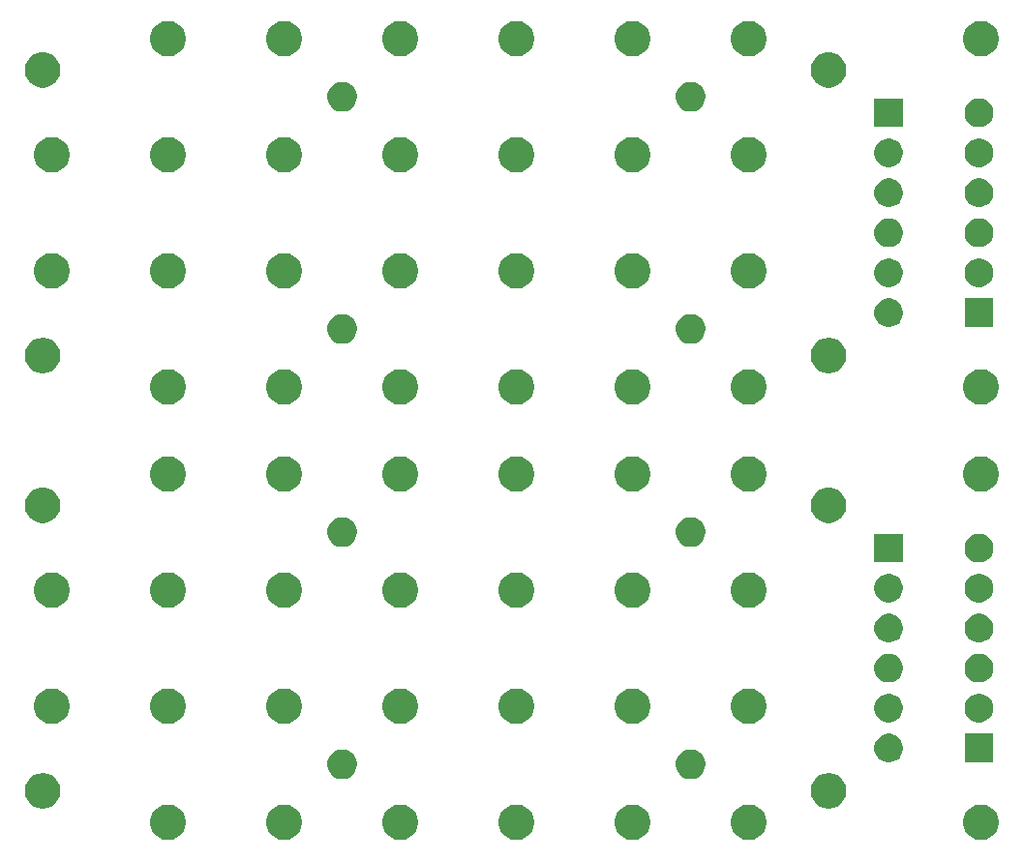
<source format=gbr>
G04 #@! TF.GenerationSoftware,KiCad,Pcbnew,5.1.5-52549c5~86~ubuntu18.04.1*
G04 #@! TF.CreationDate,2020-09-25T00:18:03-05:00*
G04 #@! TF.ProjectId,,58585858-5858-4585-9858-585858585858,rev?*
G04 #@! TF.SameCoordinates,Original*
G04 #@! TF.FileFunction,Soldermask,Bot*
G04 #@! TF.FilePolarity,Negative*
%FSLAX46Y46*%
G04 Gerber Fmt 4.6, Leading zero omitted, Abs format (unit mm)*
G04 Created by KiCad (PCBNEW 5.1.5-52549c5~86~ubuntu18.04.1) date 2020-09-25 00:18:03*
%MOMM*%
%LPD*%
G04 APERTURE LIST*
%ADD10C,0.100000*%
G04 APERTURE END LIST*
D10*
G36*
X140698585Y-94780402D02*
G01*
X140848410Y-94810204D01*
X141130674Y-94927121D01*
X141384705Y-95096859D01*
X141600741Y-95312895D01*
X141770479Y-95566926D01*
X141887396Y-95849190D01*
X141947000Y-96148840D01*
X141947000Y-96454360D01*
X141887396Y-96754010D01*
X141770479Y-97036274D01*
X141600741Y-97290305D01*
X141384705Y-97506341D01*
X141130674Y-97676079D01*
X140848410Y-97792996D01*
X140698585Y-97822798D01*
X140548761Y-97852600D01*
X140243239Y-97852600D01*
X140093415Y-97822798D01*
X139943590Y-97792996D01*
X139661326Y-97676079D01*
X139407295Y-97506341D01*
X139191259Y-97290305D01*
X139021521Y-97036274D01*
X138904604Y-96754010D01*
X138845000Y-96454360D01*
X138845000Y-96148840D01*
X138904604Y-95849190D01*
X139021521Y-95566926D01*
X139191259Y-95312895D01*
X139407295Y-95096859D01*
X139661326Y-94927121D01*
X139943590Y-94810204D01*
X140093415Y-94780402D01*
X140243239Y-94750600D01*
X140548761Y-94750600D01*
X140698585Y-94780402D01*
G37*
G36*
X130538585Y-94780402D02*
G01*
X130688410Y-94810204D01*
X130970674Y-94927121D01*
X131224705Y-95096859D01*
X131440741Y-95312895D01*
X131610479Y-95566926D01*
X131727396Y-95849190D01*
X131787000Y-96148840D01*
X131787000Y-96454360D01*
X131727396Y-96754010D01*
X131610479Y-97036274D01*
X131440741Y-97290305D01*
X131224705Y-97506341D01*
X130970674Y-97676079D01*
X130688410Y-97792996D01*
X130538585Y-97822798D01*
X130388761Y-97852600D01*
X130083239Y-97852600D01*
X129933415Y-97822798D01*
X129783590Y-97792996D01*
X129501326Y-97676079D01*
X129247295Y-97506341D01*
X129031259Y-97290305D01*
X128861521Y-97036274D01*
X128744604Y-96754010D01*
X128685000Y-96454360D01*
X128685000Y-96148840D01*
X128744604Y-95849190D01*
X128861521Y-95566926D01*
X129031259Y-95312895D01*
X129247295Y-95096859D01*
X129501326Y-94927121D01*
X129783590Y-94810204D01*
X129933415Y-94780402D01*
X130083239Y-94750600D01*
X130388761Y-94750600D01*
X130538585Y-94780402D01*
G37*
G36*
X120378585Y-94780402D02*
G01*
X120528410Y-94810204D01*
X120810674Y-94927121D01*
X121064705Y-95096859D01*
X121280741Y-95312895D01*
X121450479Y-95566926D01*
X121567396Y-95849190D01*
X121627000Y-96148840D01*
X121627000Y-96454360D01*
X121567396Y-96754010D01*
X121450479Y-97036274D01*
X121280741Y-97290305D01*
X121064705Y-97506341D01*
X120810674Y-97676079D01*
X120528410Y-97792996D01*
X120378585Y-97822798D01*
X120228761Y-97852600D01*
X119923239Y-97852600D01*
X119773415Y-97822798D01*
X119623590Y-97792996D01*
X119341326Y-97676079D01*
X119087295Y-97506341D01*
X118871259Y-97290305D01*
X118701521Y-97036274D01*
X118584604Y-96754010D01*
X118525000Y-96454360D01*
X118525000Y-96148840D01*
X118584604Y-95849190D01*
X118701521Y-95566926D01*
X118871259Y-95312895D01*
X119087295Y-95096859D01*
X119341326Y-94927121D01*
X119623590Y-94810204D01*
X119773415Y-94780402D01*
X119923239Y-94750600D01*
X120228761Y-94750600D01*
X120378585Y-94780402D01*
G37*
G36*
X110218585Y-94780402D02*
G01*
X110368410Y-94810204D01*
X110650674Y-94927121D01*
X110904705Y-95096859D01*
X111120741Y-95312895D01*
X111290479Y-95566926D01*
X111407396Y-95849190D01*
X111467000Y-96148840D01*
X111467000Y-96454360D01*
X111407396Y-96754010D01*
X111290479Y-97036274D01*
X111120741Y-97290305D01*
X110904705Y-97506341D01*
X110650674Y-97676079D01*
X110368410Y-97792996D01*
X110218585Y-97822798D01*
X110068761Y-97852600D01*
X109763239Y-97852600D01*
X109613415Y-97822798D01*
X109463590Y-97792996D01*
X109181326Y-97676079D01*
X108927295Y-97506341D01*
X108711259Y-97290305D01*
X108541521Y-97036274D01*
X108424604Y-96754010D01*
X108365000Y-96454360D01*
X108365000Y-96148840D01*
X108424604Y-95849190D01*
X108541521Y-95566926D01*
X108711259Y-95312895D01*
X108927295Y-95096859D01*
X109181326Y-94927121D01*
X109463590Y-94810204D01*
X109613415Y-94780402D01*
X109763239Y-94750600D01*
X110068761Y-94750600D01*
X110218585Y-94780402D01*
G37*
G36*
X100058585Y-94780402D02*
G01*
X100208410Y-94810204D01*
X100490674Y-94927121D01*
X100744705Y-95096859D01*
X100960741Y-95312895D01*
X101130479Y-95566926D01*
X101247396Y-95849190D01*
X101307000Y-96148840D01*
X101307000Y-96454360D01*
X101247396Y-96754010D01*
X101130479Y-97036274D01*
X100960741Y-97290305D01*
X100744705Y-97506341D01*
X100490674Y-97676079D01*
X100208410Y-97792996D01*
X100058585Y-97822798D01*
X99908761Y-97852600D01*
X99603239Y-97852600D01*
X99453415Y-97822798D01*
X99303590Y-97792996D01*
X99021326Y-97676079D01*
X98767295Y-97506341D01*
X98551259Y-97290305D01*
X98381521Y-97036274D01*
X98264604Y-96754010D01*
X98205000Y-96454360D01*
X98205000Y-96148840D01*
X98264604Y-95849190D01*
X98381521Y-95566926D01*
X98551259Y-95312895D01*
X98767295Y-95096859D01*
X99021326Y-94927121D01*
X99303590Y-94810204D01*
X99453415Y-94780402D01*
X99603239Y-94750600D01*
X99908761Y-94750600D01*
X100058585Y-94780402D01*
G37*
G36*
X171178585Y-94780402D02*
G01*
X171328410Y-94810204D01*
X171610674Y-94927121D01*
X171864705Y-95096859D01*
X172080741Y-95312895D01*
X172250479Y-95566926D01*
X172367396Y-95849190D01*
X172427000Y-96148840D01*
X172427000Y-96454360D01*
X172367396Y-96754010D01*
X172250479Y-97036274D01*
X172080741Y-97290305D01*
X171864705Y-97506341D01*
X171610674Y-97676079D01*
X171328410Y-97792996D01*
X171178585Y-97822798D01*
X171028761Y-97852600D01*
X170723239Y-97852600D01*
X170573415Y-97822798D01*
X170423590Y-97792996D01*
X170141326Y-97676079D01*
X169887295Y-97506341D01*
X169671259Y-97290305D01*
X169501521Y-97036274D01*
X169384604Y-96754010D01*
X169325000Y-96454360D01*
X169325000Y-96148840D01*
X169384604Y-95849190D01*
X169501521Y-95566926D01*
X169671259Y-95312895D01*
X169887295Y-95096859D01*
X170141326Y-94927121D01*
X170423590Y-94810204D01*
X170573415Y-94780402D01*
X170723239Y-94750600D01*
X171028761Y-94750600D01*
X171178585Y-94780402D01*
G37*
G36*
X150858585Y-94780402D02*
G01*
X151008410Y-94810204D01*
X151290674Y-94927121D01*
X151544705Y-95096859D01*
X151760741Y-95312895D01*
X151930479Y-95566926D01*
X152047396Y-95849190D01*
X152107000Y-96148840D01*
X152107000Y-96454360D01*
X152047396Y-96754010D01*
X151930479Y-97036274D01*
X151760741Y-97290305D01*
X151544705Y-97506341D01*
X151290674Y-97676079D01*
X151008410Y-97792996D01*
X150858585Y-97822798D01*
X150708761Y-97852600D01*
X150403239Y-97852600D01*
X150253415Y-97822798D01*
X150103590Y-97792996D01*
X149821326Y-97676079D01*
X149567295Y-97506341D01*
X149351259Y-97290305D01*
X149181521Y-97036274D01*
X149064604Y-96754010D01*
X149005000Y-96454360D01*
X149005000Y-96148840D01*
X149064604Y-95849190D01*
X149181521Y-95566926D01*
X149351259Y-95312895D01*
X149567295Y-95096859D01*
X149821326Y-94927121D01*
X150103590Y-94810204D01*
X150253415Y-94780402D01*
X150403239Y-94750600D01*
X150708761Y-94750600D01*
X150858585Y-94780402D01*
G37*
G36*
X89088585Y-92040402D02*
G01*
X89238410Y-92070204D01*
X89520674Y-92187121D01*
X89774705Y-92356859D01*
X89990741Y-92572895D01*
X90160479Y-92826926D01*
X90277396Y-93109190D01*
X90337000Y-93408840D01*
X90337000Y-93714360D01*
X90277396Y-94014010D01*
X90160479Y-94296274D01*
X89990741Y-94550305D01*
X89774705Y-94766341D01*
X89520674Y-94936079D01*
X89238410Y-95052996D01*
X89088585Y-95082798D01*
X88938761Y-95112600D01*
X88633239Y-95112600D01*
X88483415Y-95082798D01*
X88333590Y-95052996D01*
X88051326Y-94936079D01*
X87797295Y-94766341D01*
X87581259Y-94550305D01*
X87411521Y-94296274D01*
X87294604Y-94014010D01*
X87235000Y-93714360D01*
X87235000Y-93408840D01*
X87294604Y-93109190D01*
X87411521Y-92826926D01*
X87581259Y-92572895D01*
X87797295Y-92356859D01*
X88051326Y-92187121D01*
X88333590Y-92070204D01*
X88483415Y-92040402D01*
X88633239Y-92010600D01*
X88938761Y-92010600D01*
X89088585Y-92040402D01*
G37*
G36*
X157838585Y-92040402D02*
G01*
X157988410Y-92070204D01*
X158270674Y-92187121D01*
X158524705Y-92356859D01*
X158740741Y-92572895D01*
X158910479Y-92826926D01*
X159027396Y-93109190D01*
X159087000Y-93408840D01*
X159087000Y-93714360D01*
X159027396Y-94014010D01*
X158910479Y-94296274D01*
X158740741Y-94550305D01*
X158524705Y-94766341D01*
X158270674Y-94936079D01*
X157988410Y-95052996D01*
X157838585Y-95082798D01*
X157688761Y-95112600D01*
X157383239Y-95112600D01*
X157233415Y-95082798D01*
X157083590Y-95052996D01*
X156801326Y-94936079D01*
X156547295Y-94766341D01*
X156331259Y-94550305D01*
X156161521Y-94296274D01*
X156044604Y-94014010D01*
X155985000Y-93714360D01*
X155985000Y-93408840D01*
X156044604Y-93109190D01*
X156161521Y-92826926D01*
X156331259Y-92572895D01*
X156547295Y-92356859D01*
X156801326Y-92187121D01*
X157083590Y-92070204D01*
X157233415Y-92040402D01*
X157383239Y-92010600D01*
X157688761Y-92010600D01*
X157838585Y-92040402D01*
G37*
G36*
X145855393Y-89970904D02*
G01*
X146092101Y-90068952D01*
X146092103Y-90068953D01*
X146305135Y-90211296D01*
X146486304Y-90392465D01*
X146628647Y-90605497D01*
X146628648Y-90605499D01*
X146726696Y-90842207D01*
X146776680Y-91093493D01*
X146776680Y-91349707D01*
X146726696Y-91600993D01*
X146628648Y-91837701D01*
X146628647Y-91837703D01*
X146486304Y-92050735D01*
X146305135Y-92231904D01*
X146092103Y-92374247D01*
X146092102Y-92374248D01*
X146092101Y-92374248D01*
X145855393Y-92472296D01*
X145604107Y-92522280D01*
X145347893Y-92522280D01*
X145096607Y-92472296D01*
X144859899Y-92374248D01*
X144859898Y-92374248D01*
X144859897Y-92374247D01*
X144646865Y-92231904D01*
X144465696Y-92050735D01*
X144323353Y-91837703D01*
X144323352Y-91837701D01*
X144225304Y-91600993D01*
X144175320Y-91349707D01*
X144175320Y-91093493D01*
X144225304Y-90842207D01*
X144323352Y-90605499D01*
X144323353Y-90605497D01*
X144465696Y-90392465D01*
X144646865Y-90211296D01*
X144859897Y-90068953D01*
X144859899Y-90068952D01*
X145096607Y-89970904D01*
X145347893Y-89920920D01*
X145604107Y-89920920D01*
X145855393Y-89970904D01*
G37*
G36*
X115375393Y-89970904D02*
G01*
X115612101Y-90068952D01*
X115612103Y-90068953D01*
X115825135Y-90211296D01*
X116006304Y-90392465D01*
X116148647Y-90605497D01*
X116148648Y-90605499D01*
X116246696Y-90842207D01*
X116296680Y-91093493D01*
X116296680Y-91349707D01*
X116246696Y-91600993D01*
X116148648Y-91837701D01*
X116148647Y-91837703D01*
X116006304Y-92050735D01*
X115825135Y-92231904D01*
X115612103Y-92374247D01*
X115612102Y-92374248D01*
X115612101Y-92374248D01*
X115375393Y-92472296D01*
X115124107Y-92522280D01*
X114867893Y-92522280D01*
X114616607Y-92472296D01*
X114379899Y-92374248D01*
X114379898Y-92374248D01*
X114379897Y-92374247D01*
X114166865Y-92231904D01*
X113985696Y-92050735D01*
X113843353Y-91837703D01*
X113843352Y-91837701D01*
X113745304Y-91600993D01*
X113695320Y-91349707D01*
X113695320Y-91093493D01*
X113745304Y-90842207D01*
X113843352Y-90605499D01*
X113843353Y-90605497D01*
X113985696Y-90392465D01*
X114166865Y-90211296D01*
X114379897Y-90068953D01*
X114379899Y-90068952D01*
X114616607Y-89970904D01*
X114867893Y-89920920D01*
X115124107Y-89920920D01*
X115375393Y-89970904D01*
G37*
G36*
X163150903Y-88608675D02*
G01*
X163378571Y-88702978D01*
X163583466Y-88839885D01*
X163757715Y-89014134D01*
X163757716Y-89014136D01*
X163894623Y-89219031D01*
X163988925Y-89446697D01*
X164037000Y-89688386D01*
X164037000Y-89934814D01*
X163988925Y-90176503D01*
X163899471Y-90392466D01*
X163894622Y-90404171D01*
X163757715Y-90609066D01*
X163583466Y-90783315D01*
X163378571Y-90920222D01*
X163378570Y-90920223D01*
X163378569Y-90920223D01*
X163150903Y-91014525D01*
X162909214Y-91062600D01*
X162662786Y-91062600D01*
X162421097Y-91014525D01*
X162193431Y-90920223D01*
X162193430Y-90920223D01*
X162193429Y-90920222D01*
X161988534Y-90783315D01*
X161814285Y-90609066D01*
X161677378Y-90404171D01*
X161672530Y-90392466D01*
X161583075Y-90176503D01*
X161535000Y-89934814D01*
X161535000Y-89688386D01*
X161583075Y-89446697D01*
X161677377Y-89219031D01*
X161814284Y-89014136D01*
X161814285Y-89014134D01*
X161988534Y-88839885D01*
X162193429Y-88702978D01*
X162421097Y-88608675D01*
X162662786Y-88560600D01*
X162909214Y-88560600D01*
X163150903Y-88608675D01*
G37*
G36*
X171937000Y-91062600D02*
G01*
X169435000Y-91062600D01*
X169435000Y-88560600D01*
X171937000Y-88560600D01*
X171937000Y-91062600D01*
G37*
G36*
X150858585Y-84620402D02*
G01*
X151008410Y-84650204D01*
X151290674Y-84767121D01*
X151544705Y-84936859D01*
X151760741Y-85152895D01*
X151930479Y-85406926D01*
X152047396Y-85689190D01*
X152107000Y-85988840D01*
X152107000Y-86294360D01*
X152047396Y-86594010D01*
X151930479Y-86876274D01*
X151760741Y-87130305D01*
X151544705Y-87346341D01*
X151290674Y-87516079D01*
X151008410Y-87632996D01*
X150858585Y-87662798D01*
X150708761Y-87692600D01*
X150403239Y-87692600D01*
X150253415Y-87662798D01*
X150103590Y-87632996D01*
X149821326Y-87516079D01*
X149567295Y-87346341D01*
X149351259Y-87130305D01*
X149181521Y-86876274D01*
X149064604Y-86594010D01*
X149005000Y-86294360D01*
X149005000Y-85988840D01*
X149064604Y-85689190D01*
X149181521Y-85406926D01*
X149351259Y-85152895D01*
X149567295Y-84936859D01*
X149821326Y-84767121D01*
X150103590Y-84650204D01*
X150253415Y-84620402D01*
X150403239Y-84590600D01*
X150708761Y-84590600D01*
X150858585Y-84620402D01*
G37*
G36*
X110218585Y-84620402D02*
G01*
X110368410Y-84650204D01*
X110650674Y-84767121D01*
X110904705Y-84936859D01*
X111120741Y-85152895D01*
X111290479Y-85406926D01*
X111407396Y-85689190D01*
X111467000Y-85988840D01*
X111467000Y-86294360D01*
X111407396Y-86594010D01*
X111290479Y-86876274D01*
X111120741Y-87130305D01*
X110904705Y-87346341D01*
X110650674Y-87516079D01*
X110368410Y-87632996D01*
X110218585Y-87662798D01*
X110068761Y-87692600D01*
X109763239Y-87692600D01*
X109613415Y-87662798D01*
X109463590Y-87632996D01*
X109181326Y-87516079D01*
X108927295Y-87346341D01*
X108711259Y-87130305D01*
X108541521Y-86876274D01*
X108424604Y-86594010D01*
X108365000Y-86294360D01*
X108365000Y-85988840D01*
X108424604Y-85689190D01*
X108541521Y-85406926D01*
X108711259Y-85152895D01*
X108927295Y-84936859D01*
X109181326Y-84767121D01*
X109463590Y-84650204D01*
X109613415Y-84620402D01*
X109763239Y-84590600D01*
X110068761Y-84590600D01*
X110218585Y-84620402D01*
G37*
G36*
X130538585Y-84620402D02*
G01*
X130688410Y-84650204D01*
X130970674Y-84767121D01*
X131224705Y-84936859D01*
X131440741Y-85152895D01*
X131610479Y-85406926D01*
X131727396Y-85689190D01*
X131787000Y-85988840D01*
X131787000Y-86294360D01*
X131727396Y-86594010D01*
X131610479Y-86876274D01*
X131440741Y-87130305D01*
X131224705Y-87346341D01*
X130970674Y-87516079D01*
X130688410Y-87632996D01*
X130538585Y-87662798D01*
X130388761Y-87692600D01*
X130083239Y-87692600D01*
X129933415Y-87662798D01*
X129783590Y-87632996D01*
X129501326Y-87516079D01*
X129247295Y-87346341D01*
X129031259Y-87130305D01*
X128861521Y-86876274D01*
X128744604Y-86594010D01*
X128685000Y-86294360D01*
X128685000Y-85988840D01*
X128744604Y-85689190D01*
X128861521Y-85406926D01*
X129031259Y-85152895D01*
X129247295Y-84936859D01*
X129501326Y-84767121D01*
X129783590Y-84650204D01*
X129933415Y-84620402D01*
X130083239Y-84590600D01*
X130388761Y-84590600D01*
X130538585Y-84620402D01*
G37*
G36*
X140698585Y-84620402D02*
G01*
X140848410Y-84650204D01*
X141130674Y-84767121D01*
X141384705Y-84936859D01*
X141600741Y-85152895D01*
X141770479Y-85406926D01*
X141887396Y-85689190D01*
X141947000Y-85988840D01*
X141947000Y-86294360D01*
X141887396Y-86594010D01*
X141770479Y-86876274D01*
X141600741Y-87130305D01*
X141384705Y-87346341D01*
X141130674Y-87516079D01*
X140848410Y-87632996D01*
X140698585Y-87662798D01*
X140548761Y-87692600D01*
X140243239Y-87692600D01*
X140093415Y-87662798D01*
X139943590Y-87632996D01*
X139661326Y-87516079D01*
X139407295Y-87346341D01*
X139191259Y-87130305D01*
X139021521Y-86876274D01*
X138904604Y-86594010D01*
X138845000Y-86294360D01*
X138845000Y-85988840D01*
X138904604Y-85689190D01*
X139021521Y-85406926D01*
X139191259Y-85152895D01*
X139407295Y-84936859D01*
X139661326Y-84767121D01*
X139943590Y-84650204D01*
X140093415Y-84620402D01*
X140243239Y-84590600D01*
X140548761Y-84590600D01*
X140698585Y-84620402D01*
G37*
G36*
X120378585Y-84620402D02*
G01*
X120528410Y-84650204D01*
X120810674Y-84767121D01*
X121064705Y-84936859D01*
X121280741Y-85152895D01*
X121450479Y-85406926D01*
X121567396Y-85689190D01*
X121627000Y-85988840D01*
X121627000Y-86294360D01*
X121567396Y-86594010D01*
X121450479Y-86876274D01*
X121280741Y-87130305D01*
X121064705Y-87346341D01*
X120810674Y-87516079D01*
X120528410Y-87632996D01*
X120378585Y-87662798D01*
X120228761Y-87692600D01*
X119923239Y-87692600D01*
X119773415Y-87662798D01*
X119623590Y-87632996D01*
X119341326Y-87516079D01*
X119087295Y-87346341D01*
X118871259Y-87130305D01*
X118701521Y-86876274D01*
X118584604Y-86594010D01*
X118525000Y-86294360D01*
X118525000Y-85988840D01*
X118584604Y-85689190D01*
X118701521Y-85406926D01*
X118871259Y-85152895D01*
X119087295Y-84936859D01*
X119341326Y-84767121D01*
X119623590Y-84650204D01*
X119773415Y-84620402D01*
X119923239Y-84590600D01*
X120228761Y-84590600D01*
X120378585Y-84620402D01*
G37*
G36*
X100058585Y-84620402D02*
G01*
X100208410Y-84650204D01*
X100490674Y-84767121D01*
X100744705Y-84936859D01*
X100960741Y-85152895D01*
X101130479Y-85406926D01*
X101247396Y-85689190D01*
X101307000Y-85988840D01*
X101307000Y-86294360D01*
X101247396Y-86594010D01*
X101130479Y-86876274D01*
X100960741Y-87130305D01*
X100744705Y-87346341D01*
X100490674Y-87516079D01*
X100208410Y-87632996D01*
X100058585Y-87662798D01*
X99908761Y-87692600D01*
X99603239Y-87692600D01*
X99453415Y-87662798D01*
X99303590Y-87632996D01*
X99021326Y-87516079D01*
X98767295Y-87346341D01*
X98551259Y-87130305D01*
X98381521Y-86876274D01*
X98264604Y-86594010D01*
X98205000Y-86294360D01*
X98205000Y-85988840D01*
X98264604Y-85689190D01*
X98381521Y-85406926D01*
X98551259Y-85152895D01*
X98767295Y-84936859D01*
X99021326Y-84767121D01*
X99303590Y-84650204D01*
X99453415Y-84620402D01*
X99603239Y-84590600D01*
X99908761Y-84590600D01*
X100058585Y-84620402D01*
G37*
G36*
X89898585Y-84620402D02*
G01*
X90048410Y-84650204D01*
X90330674Y-84767121D01*
X90584705Y-84936859D01*
X90800741Y-85152895D01*
X90970479Y-85406926D01*
X91087396Y-85689190D01*
X91147000Y-85988840D01*
X91147000Y-86294360D01*
X91087396Y-86594010D01*
X90970479Y-86876274D01*
X90800741Y-87130305D01*
X90584705Y-87346341D01*
X90330674Y-87516079D01*
X90048410Y-87632996D01*
X89898585Y-87662798D01*
X89748761Y-87692600D01*
X89443239Y-87692600D01*
X89293415Y-87662798D01*
X89143590Y-87632996D01*
X88861326Y-87516079D01*
X88607295Y-87346341D01*
X88391259Y-87130305D01*
X88221521Y-86876274D01*
X88104604Y-86594010D01*
X88045000Y-86294360D01*
X88045000Y-85988840D01*
X88104604Y-85689190D01*
X88221521Y-85406926D01*
X88391259Y-85152895D01*
X88607295Y-84936859D01*
X88861326Y-84767121D01*
X89143590Y-84650204D01*
X89293415Y-84620402D01*
X89443239Y-84590600D01*
X89748761Y-84590600D01*
X89898585Y-84620402D01*
G37*
G36*
X163150903Y-85108675D02*
G01*
X163378571Y-85202978D01*
X163583466Y-85339885D01*
X163757715Y-85514134D01*
X163894622Y-85719029D01*
X163988925Y-85946697D01*
X164037000Y-86188387D01*
X164037000Y-86434813D01*
X163988925Y-86676503D01*
X163894622Y-86904171D01*
X163757715Y-87109066D01*
X163583466Y-87283315D01*
X163378571Y-87420222D01*
X163378570Y-87420223D01*
X163378569Y-87420223D01*
X163150903Y-87514525D01*
X162909214Y-87562600D01*
X162662786Y-87562600D01*
X162421097Y-87514525D01*
X162193431Y-87420223D01*
X162193430Y-87420223D01*
X162193429Y-87420222D01*
X161988534Y-87283315D01*
X161814285Y-87109066D01*
X161677378Y-86904171D01*
X161583075Y-86676503D01*
X161535000Y-86434813D01*
X161535000Y-86188387D01*
X161583075Y-85946697D01*
X161677378Y-85719029D01*
X161814285Y-85514134D01*
X161988534Y-85339885D01*
X162193429Y-85202978D01*
X162421097Y-85108675D01*
X162662786Y-85060600D01*
X162909214Y-85060600D01*
X163150903Y-85108675D01*
G37*
G36*
X171050903Y-85108675D02*
G01*
X171278571Y-85202978D01*
X171483466Y-85339885D01*
X171657715Y-85514134D01*
X171794622Y-85719029D01*
X171888925Y-85946697D01*
X171937000Y-86188387D01*
X171937000Y-86434813D01*
X171888925Y-86676503D01*
X171794622Y-86904171D01*
X171657715Y-87109066D01*
X171483466Y-87283315D01*
X171278571Y-87420222D01*
X171278570Y-87420223D01*
X171278569Y-87420223D01*
X171050903Y-87514525D01*
X170809214Y-87562600D01*
X170562786Y-87562600D01*
X170321097Y-87514525D01*
X170093431Y-87420223D01*
X170093430Y-87420223D01*
X170093429Y-87420222D01*
X169888534Y-87283315D01*
X169714285Y-87109066D01*
X169577378Y-86904171D01*
X169483075Y-86676503D01*
X169435000Y-86434813D01*
X169435000Y-86188387D01*
X169483075Y-85946697D01*
X169577378Y-85719029D01*
X169714285Y-85514134D01*
X169888534Y-85339885D01*
X170093429Y-85202978D01*
X170321097Y-85108675D01*
X170562786Y-85060600D01*
X170809214Y-85060600D01*
X171050903Y-85108675D01*
G37*
G36*
X163150903Y-81608675D02*
G01*
X163378571Y-81702978D01*
X163583466Y-81839885D01*
X163757715Y-82014134D01*
X163894622Y-82219029D01*
X163988925Y-82446697D01*
X164037000Y-82688387D01*
X164037000Y-82934813D01*
X163988925Y-83176503D01*
X163894622Y-83404171D01*
X163757715Y-83609066D01*
X163583466Y-83783315D01*
X163378571Y-83920222D01*
X163378570Y-83920223D01*
X163378569Y-83920223D01*
X163150903Y-84014525D01*
X162909214Y-84062600D01*
X162662786Y-84062600D01*
X162421097Y-84014525D01*
X162193431Y-83920223D01*
X162193430Y-83920223D01*
X162193429Y-83920222D01*
X161988534Y-83783315D01*
X161814285Y-83609066D01*
X161677378Y-83404171D01*
X161583075Y-83176503D01*
X161535000Y-82934813D01*
X161535000Y-82688387D01*
X161583075Y-82446697D01*
X161677378Y-82219029D01*
X161814285Y-82014134D01*
X161988534Y-81839885D01*
X162193429Y-81702978D01*
X162421097Y-81608675D01*
X162662786Y-81560600D01*
X162909214Y-81560600D01*
X163150903Y-81608675D01*
G37*
G36*
X171050903Y-81608675D02*
G01*
X171278571Y-81702978D01*
X171483466Y-81839885D01*
X171657715Y-82014134D01*
X171794622Y-82219029D01*
X171888925Y-82446697D01*
X171937000Y-82688387D01*
X171937000Y-82934813D01*
X171888925Y-83176503D01*
X171794622Y-83404171D01*
X171657715Y-83609066D01*
X171483466Y-83783315D01*
X171278571Y-83920222D01*
X171278570Y-83920223D01*
X171278569Y-83920223D01*
X171050903Y-84014525D01*
X170809214Y-84062600D01*
X170562786Y-84062600D01*
X170321097Y-84014525D01*
X170093431Y-83920223D01*
X170093430Y-83920223D01*
X170093429Y-83920222D01*
X169888534Y-83783315D01*
X169714285Y-83609066D01*
X169577378Y-83404171D01*
X169483075Y-83176503D01*
X169435000Y-82934813D01*
X169435000Y-82688387D01*
X169483075Y-82446697D01*
X169577378Y-82219029D01*
X169714285Y-82014134D01*
X169888534Y-81839885D01*
X170093429Y-81702978D01*
X170321097Y-81608675D01*
X170562786Y-81560600D01*
X170809214Y-81560600D01*
X171050903Y-81608675D01*
G37*
G36*
X171050903Y-78108675D02*
G01*
X171278571Y-78202978D01*
X171483466Y-78339885D01*
X171657715Y-78514134D01*
X171794622Y-78719029D01*
X171888925Y-78946697D01*
X171937000Y-79188387D01*
X171937000Y-79434813D01*
X171888925Y-79676503D01*
X171794622Y-79904171D01*
X171657715Y-80109066D01*
X171483466Y-80283315D01*
X171278571Y-80420222D01*
X171278570Y-80420223D01*
X171278569Y-80420223D01*
X171050903Y-80514525D01*
X170809214Y-80562600D01*
X170562786Y-80562600D01*
X170321097Y-80514525D01*
X170093431Y-80420223D01*
X170093430Y-80420223D01*
X170093429Y-80420222D01*
X169888534Y-80283315D01*
X169714285Y-80109066D01*
X169577378Y-79904171D01*
X169483075Y-79676503D01*
X169435000Y-79434813D01*
X169435000Y-79188387D01*
X169483075Y-78946697D01*
X169577378Y-78719029D01*
X169714285Y-78514134D01*
X169888534Y-78339885D01*
X170093429Y-78202978D01*
X170321097Y-78108675D01*
X170562786Y-78060600D01*
X170809214Y-78060600D01*
X171050903Y-78108675D01*
G37*
G36*
X163150903Y-78108675D02*
G01*
X163378571Y-78202978D01*
X163583466Y-78339885D01*
X163757715Y-78514134D01*
X163894622Y-78719029D01*
X163988925Y-78946697D01*
X164037000Y-79188387D01*
X164037000Y-79434813D01*
X163988925Y-79676503D01*
X163894622Y-79904171D01*
X163757715Y-80109066D01*
X163583466Y-80283315D01*
X163378571Y-80420222D01*
X163378570Y-80420223D01*
X163378569Y-80420223D01*
X163150903Y-80514525D01*
X162909214Y-80562600D01*
X162662786Y-80562600D01*
X162421097Y-80514525D01*
X162193431Y-80420223D01*
X162193430Y-80420223D01*
X162193429Y-80420222D01*
X161988534Y-80283315D01*
X161814285Y-80109066D01*
X161677378Y-79904171D01*
X161583075Y-79676503D01*
X161535000Y-79434813D01*
X161535000Y-79188387D01*
X161583075Y-78946697D01*
X161677378Y-78719029D01*
X161814285Y-78514134D01*
X161988534Y-78339885D01*
X162193429Y-78202978D01*
X162421097Y-78108675D01*
X162662786Y-78060600D01*
X162909214Y-78060600D01*
X163150903Y-78108675D01*
G37*
G36*
X140698585Y-74460402D02*
G01*
X140848410Y-74490204D01*
X141130674Y-74607121D01*
X141384705Y-74776859D01*
X141600741Y-74992895D01*
X141770479Y-75246926D01*
X141887396Y-75529190D01*
X141947000Y-75828840D01*
X141947000Y-76134360D01*
X141887396Y-76434010D01*
X141770479Y-76716274D01*
X141600741Y-76970305D01*
X141384705Y-77186341D01*
X141130674Y-77356079D01*
X140848410Y-77472996D01*
X140698585Y-77502798D01*
X140548761Y-77532600D01*
X140243239Y-77532600D01*
X140093415Y-77502798D01*
X139943590Y-77472996D01*
X139661326Y-77356079D01*
X139407295Y-77186341D01*
X139191259Y-76970305D01*
X139021521Y-76716274D01*
X138904604Y-76434010D01*
X138845000Y-76134360D01*
X138845000Y-75828840D01*
X138904604Y-75529190D01*
X139021521Y-75246926D01*
X139191259Y-74992895D01*
X139407295Y-74776859D01*
X139661326Y-74607121D01*
X139943590Y-74490204D01*
X140093415Y-74460402D01*
X140243239Y-74430600D01*
X140548761Y-74430600D01*
X140698585Y-74460402D01*
G37*
G36*
X110218585Y-74460402D02*
G01*
X110368410Y-74490204D01*
X110650674Y-74607121D01*
X110904705Y-74776859D01*
X111120741Y-74992895D01*
X111290479Y-75246926D01*
X111407396Y-75529190D01*
X111467000Y-75828840D01*
X111467000Y-76134360D01*
X111407396Y-76434010D01*
X111290479Y-76716274D01*
X111120741Y-76970305D01*
X110904705Y-77186341D01*
X110650674Y-77356079D01*
X110368410Y-77472996D01*
X110218585Y-77502798D01*
X110068761Y-77532600D01*
X109763239Y-77532600D01*
X109613415Y-77502798D01*
X109463590Y-77472996D01*
X109181326Y-77356079D01*
X108927295Y-77186341D01*
X108711259Y-76970305D01*
X108541521Y-76716274D01*
X108424604Y-76434010D01*
X108365000Y-76134360D01*
X108365000Y-75828840D01*
X108424604Y-75529190D01*
X108541521Y-75246926D01*
X108711259Y-74992895D01*
X108927295Y-74776859D01*
X109181326Y-74607121D01*
X109463590Y-74490204D01*
X109613415Y-74460402D01*
X109763239Y-74430600D01*
X110068761Y-74430600D01*
X110218585Y-74460402D01*
G37*
G36*
X100058585Y-74460402D02*
G01*
X100208410Y-74490204D01*
X100490674Y-74607121D01*
X100744705Y-74776859D01*
X100960741Y-74992895D01*
X101130479Y-75246926D01*
X101247396Y-75529190D01*
X101307000Y-75828840D01*
X101307000Y-76134360D01*
X101247396Y-76434010D01*
X101130479Y-76716274D01*
X100960741Y-76970305D01*
X100744705Y-77186341D01*
X100490674Y-77356079D01*
X100208410Y-77472996D01*
X100058585Y-77502798D01*
X99908761Y-77532600D01*
X99603239Y-77532600D01*
X99453415Y-77502798D01*
X99303590Y-77472996D01*
X99021326Y-77356079D01*
X98767295Y-77186341D01*
X98551259Y-76970305D01*
X98381521Y-76716274D01*
X98264604Y-76434010D01*
X98205000Y-76134360D01*
X98205000Y-75828840D01*
X98264604Y-75529190D01*
X98381521Y-75246926D01*
X98551259Y-74992895D01*
X98767295Y-74776859D01*
X99021326Y-74607121D01*
X99303590Y-74490204D01*
X99453415Y-74460402D01*
X99603239Y-74430600D01*
X99908761Y-74430600D01*
X100058585Y-74460402D01*
G37*
G36*
X120378585Y-74460402D02*
G01*
X120528410Y-74490204D01*
X120810674Y-74607121D01*
X121064705Y-74776859D01*
X121280741Y-74992895D01*
X121450479Y-75246926D01*
X121567396Y-75529190D01*
X121627000Y-75828840D01*
X121627000Y-76134360D01*
X121567396Y-76434010D01*
X121450479Y-76716274D01*
X121280741Y-76970305D01*
X121064705Y-77186341D01*
X120810674Y-77356079D01*
X120528410Y-77472996D01*
X120378585Y-77502798D01*
X120228761Y-77532600D01*
X119923239Y-77532600D01*
X119773415Y-77502798D01*
X119623590Y-77472996D01*
X119341326Y-77356079D01*
X119087295Y-77186341D01*
X118871259Y-76970305D01*
X118701521Y-76716274D01*
X118584604Y-76434010D01*
X118525000Y-76134360D01*
X118525000Y-75828840D01*
X118584604Y-75529190D01*
X118701521Y-75246926D01*
X118871259Y-74992895D01*
X119087295Y-74776859D01*
X119341326Y-74607121D01*
X119623590Y-74490204D01*
X119773415Y-74460402D01*
X119923239Y-74430600D01*
X120228761Y-74430600D01*
X120378585Y-74460402D01*
G37*
G36*
X130538585Y-74460402D02*
G01*
X130688410Y-74490204D01*
X130970674Y-74607121D01*
X131224705Y-74776859D01*
X131440741Y-74992895D01*
X131610479Y-75246926D01*
X131727396Y-75529190D01*
X131787000Y-75828840D01*
X131787000Y-76134360D01*
X131727396Y-76434010D01*
X131610479Y-76716274D01*
X131440741Y-76970305D01*
X131224705Y-77186341D01*
X130970674Y-77356079D01*
X130688410Y-77472996D01*
X130538585Y-77502798D01*
X130388761Y-77532600D01*
X130083239Y-77532600D01*
X129933415Y-77502798D01*
X129783590Y-77472996D01*
X129501326Y-77356079D01*
X129247295Y-77186341D01*
X129031259Y-76970305D01*
X128861521Y-76716274D01*
X128744604Y-76434010D01*
X128685000Y-76134360D01*
X128685000Y-75828840D01*
X128744604Y-75529190D01*
X128861521Y-75246926D01*
X129031259Y-74992895D01*
X129247295Y-74776859D01*
X129501326Y-74607121D01*
X129783590Y-74490204D01*
X129933415Y-74460402D01*
X130083239Y-74430600D01*
X130388761Y-74430600D01*
X130538585Y-74460402D01*
G37*
G36*
X150858585Y-74460402D02*
G01*
X151008410Y-74490204D01*
X151290674Y-74607121D01*
X151544705Y-74776859D01*
X151760741Y-74992895D01*
X151930479Y-75246926D01*
X152047396Y-75529190D01*
X152107000Y-75828840D01*
X152107000Y-76134360D01*
X152047396Y-76434010D01*
X151930479Y-76716274D01*
X151760741Y-76970305D01*
X151544705Y-77186341D01*
X151290674Y-77356079D01*
X151008410Y-77472996D01*
X150858585Y-77502798D01*
X150708761Y-77532600D01*
X150403239Y-77532600D01*
X150253415Y-77502798D01*
X150103590Y-77472996D01*
X149821326Y-77356079D01*
X149567295Y-77186341D01*
X149351259Y-76970305D01*
X149181521Y-76716274D01*
X149064604Y-76434010D01*
X149005000Y-76134360D01*
X149005000Y-75828840D01*
X149064604Y-75529190D01*
X149181521Y-75246926D01*
X149351259Y-74992895D01*
X149567295Y-74776859D01*
X149821326Y-74607121D01*
X150103590Y-74490204D01*
X150253415Y-74460402D01*
X150403239Y-74430600D01*
X150708761Y-74430600D01*
X150858585Y-74460402D01*
G37*
G36*
X89898585Y-74460402D02*
G01*
X90048410Y-74490204D01*
X90330674Y-74607121D01*
X90584705Y-74776859D01*
X90800741Y-74992895D01*
X90970479Y-75246926D01*
X91087396Y-75529190D01*
X91147000Y-75828840D01*
X91147000Y-76134360D01*
X91087396Y-76434010D01*
X90970479Y-76716274D01*
X90800741Y-76970305D01*
X90584705Y-77186341D01*
X90330674Y-77356079D01*
X90048410Y-77472996D01*
X89898585Y-77502798D01*
X89748761Y-77532600D01*
X89443239Y-77532600D01*
X89293415Y-77502798D01*
X89143590Y-77472996D01*
X88861326Y-77356079D01*
X88607295Y-77186341D01*
X88391259Y-76970305D01*
X88221521Y-76716274D01*
X88104604Y-76434010D01*
X88045000Y-76134360D01*
X88045000Y-75828840D01*
X88104604Y-75529190D01*
X88221521Y-75246926D01*
X88391259Y-74992895D01*
X88607295Y-74776859D01*
X88861326Y-74607121D01*
X89143590Y-74490204D01*
X89293415Y-74460402D01*
X89443239Y-74430600D01*
X89748761Y-74430600D01*
X89898585Y-74460402D01*
G37*
G36*
X171050903Y-74608675D02*
G01*
X171278571Y-74702978D01*
X171483466Y-74839885D01*
X171657715Y-75014134D01*
X171794622Y-75219029D01*
X171888925Y-75446697D01*
X171937000Y-75688387D01*
X171937000Y-75934813D01*
X171888925Y-76176503D01*
X171794622Y-76404171D01*
X171657715Y-76609066D01*
X171483466Y-76783315D01*
X171278571Y-76920222D01*
X171278570Y-76920223D01*
X171278569Y-76920223D01*
X171050903Y-77014525D01*
X170809214Y-77062600D01*
X170562786Y-77062600D01*
X170321097Y-77014525D01*
X170093431Y-76920223D01*
X170093430Y-76920223D01*
X170093429Y-76920222D01*
X169888534Y-76783315D01*
X169714285Y-76609066D01*
X169577378Y-76404171D01*
X169483075Y-76176503D01*
X169435000Y-75934813D01*
X169435000Y-75688387D01*
X169483075Y-75446697D01*
X169577378Y-75219029D01*
X169714285Y-75014134D01*
X169888534Y-74839885D01*
X170093429Y-74702978D01*
X170321097Y-74608675D01*
X170562786Y-74560600D01*
X170809214Y-74560600D01*
X171050903Y-74608675D01*
G37*
G36*
X163150903Y-74608675D02*
G01*
X163378571Y-74702978D01*
X163583466Y-74839885D01*
X163757715Y-75014134D01*
X163894622Y-75219029D01*
X163988925Y-75446697D01*
X164037000Y-75688387D01*
X164037000Y-75934813D01*
X163988925Y-76176503D01*
X163894622Y-76404171D01*
X163757715Y-76609066D01*
X163583466Y-76783315D01*
X163378571Y-76920222D01*
X163378570Y-76920223D01*
X163378569Y-76920223D01*
X163150903Y-77014525D01*
X162909214Y-77062600D01*
X162662786Y-77062600D01*
X162421097Y-77014525D01*
X162193431Y-76920223D01*
X162193430Y-76920223D01*
X162193429Y-76920222D01*
X161988534Y-76783315D01*
X161814285Y-76609066D01*
X161677378Y-76404171D01*
X161583075Y-76176503D01*
X161535000Y-75934813D01*
X161535000Y-75688387D01*
X161583075Y-75446697D01*
X161677378Y-75219029D01*
X161814285Y-75014134D01*
X161988534Y-74839885D01*
X162193429Y-74702978D01*
X162421097Y-74608675D01*
X162662786Y-74560600D01*
X162909214Y-74560600D01*
X163150903Y-74608675D01*
G37*
G36*
X171050903Y-71108675D02*
G01*
X171278571Y-71202978D01*
X171483466Y-71339885D01*
X171657715Y-71514134D01*
X171794622Y-71719029D01*
X171794623Y-71719031D01*
X171799471Y-71730735D01*
X171888925Y-71946697D01*
X171937000Y-72188387D01*
X171937000Y-72434813D01*
X171888925Y-72676503D01*
X171794622Y-72904171D01*
X171657715Y-73109066D01*
X171483466Y-73283315D01*
X171278571Y-73420222D01*
X171278570Y-73420223D01*
X171278569Y-73420223D01*
X171050903Y-73514525D01*
X170809214Y-73562600D01*
X170562786Y-73562600D01*
X170321097Y-73514525D01*
X170093431Y-73420223D01*
X170093430Y-73420223D01*
X170093429Y-73420222D01*
X169888534Y-73283315D01*
X169714285Y-73109066D01*
X169577378Y-72904171D01*
X169483075Y-72676503D01*
X169435000Y-72434813D01*
X169435000Y-72188387D01*
X169483075Y-71946697D01*
X169572529Y-71730735D01*
X169577377Y-71719031D01*
X169577378Y-71719029D01*
X169714285Y-71514134D01*
X169888534Y-71339885D01*
X170093429Y-71202978D01*
X170321097Y-71108675D01*
X170562786Y-71060600D01*
X170809214Y-71060600D01*
X171050903Y-71108675D01*
G37*
G36*
X164037000Y-73562600D02*
G01*
X161535000Y-73562600D01*
X161535000Y-71060600D01*
X164037000Y-71060600D01*
X164037000Y-73562600D01*
G37*
G36*
X145855393Y-69650904D02*
G01*
X146092101Y-69748952D01*
X146092103Y-69748953D01*
X146305135Y-69891296D01*
X146486304Y-70072465D01*
X146513121Y-70112600D01*
X146628648Y-70285499D01*
X146726696Y-70522207D01*
X146776680Y-70773493D01*
X146776680Y-71029707D01*
X146726696Y-71280993D01*
X146628648Y-71517701D01*
X146628647Y-71517703D01*
X146486304Y-71730735D01*
X146305135Y-71911904D01*
X146092103Y-72054247D01*
X146092102Y-72054248D01*
X146092101Y-72054248D01*
X145855393Y-72152296D01*
X145604107Y-72202280D01*
X145347893Y-72202280D01*
X145096607Y-72152296D01*
X144859899Y-72054248D01*
X144859898Y-72054248D01*
X144859897Y-72054247D01*
X144646865Y-71911904D01*
X144465696Y-71730735D01*
X144323353Y-71517703D01*
X144323352Y-71517701D01*
X144225304Y-71280993D01*
X144175320Y-71029707D01*
X144175320Y-70773493D01*
X144225304Y-70522207D01*
X144323352Y-70285499D01*
X144438879Y-70112600D01*
X144465696Y-70072465D01*
X144646865Y-69891296D01*
X144859897Y-69748953D01*
X144859899Y-69748952D01*
X145096607Y-69650904D01*
X145347893Y-69600920D01*
X145604107Y-69600920D01*
X145855393Y-69650904D01*
G37*
G36*
X115375393Y-69650904D02*
G01*
X115612101Y-69748952D01*
X115612103Y-69748953D01*
X115825135Y-69891296D01*
X116006304Y-70072465D01*
X116033121Y-70112600D01*
X116148648Y-70285499D01*
X116246696Y-70522207D01*
X116296680Y-70773493D01*
X116296680Y-71029707D01*
X116246696Y-71280993D01*
X116148648Y-71517701D01*
X116148647Y-71517703D01*
X116006304Y-71730735D01*
X115825135Y-71911904D01*
X115612103Y-72054247D01*
X115612102Y-72054248D01*
X115612101Y-72054248D01*
X115375393Y-72152296D01*
X115124107Y-72202280D01*
X114867893Y-72202280D01*
X114616607Y-72152296D01*
X114379899Y-72054248D01*
X114379898Y-72054248D01*
X114379897Y-72054247D01*
X114166865Y-71911904D01*
X113985696Y-71730735D01*
X113843353Y-71517703D01*
X113843352Y-71517701D01*
X113745304Y-71280993D01*
X113695320Y-71029707D01*
X113695320Y-70773493D01*
X113745304Y-70522207D01*
X113843352Y-70285499D01*
X113958879Y-70112600D01*
X113985696Y-70072465D01*
X114166865Y-69891296D01*
X114379897Y-69748953D01*
X114379899Y-69748952D01*
X114616607Y-69650904D01*
X114867893Y-69600920D01*
X115124107Y-69600920D01*
X115375393Y-69650904D01*
G37*
G36*
X89088585Y-67040402D02*
G01*
X89238410Y-67070204D01*
X89520674Y-67187121D01*
X89774705Y-67356859D01*
X89990741Y-67572895D01*
X90160479Y-67826926D01*
X90277396Y-68109190D01*
X90337000Y-68408840D01*
X90337000Y-68714360D01*
X90277396Y-69014010D01*
X90160479Y-69296274D01*
X89990741Y-69550305D01*
X89774705Y-69766341D01*
X89520674Y-69936079D01*
X89238410Y-70052996D01*
X89088585Y-70082798D01*
X88938761Y-70112600D01*
X88633239Y-70112600D01*
X88483415Y-70082798D01*
X88333590Y-70052996D01*
X88051326Y-69936079D01*
X87797295Y-69766341D01*
X87581259Y-69550305D01*
X87411521Y-69296274D01*
X87294604Y-69014010D01*
X87235000Y-68714360D01*
X87235000Y-68408840D01*
X87294604Y-68109190D01*
X87411521Y-67826926D01*
X87581259Y-67572895D01*
X87797295Y-67356859D01*
X88051326Y-67187121D01*
X88333590Y-67070204D01*
X88483415Y-67040402D01*
X88633239Y-67010600D01*
X88938761Y-67010600D01*
X89088585Y-67040402D01*
G37*
G36*
X157838585Y-67040402D02*
G01*
X157988410Y-67070204D01*
X158270674Y-67187121D01*
X158524705Y-67356859D01*
X158740741Y-67572895D01*
X158910479Y-67826926D01*
X159027396Y-68109190D01*
X159087000Y-68408840D01*
X159087000Y-68714360D01*
X159027396Y-69014010D01*
X158910479Y-69296274D01*
X158740741Y-69550305D01*
X158524705Y-69766341D01*
X158270674Y-69936079D01*
X157988410Y-70052996D01*
X157838585Y-70082798D01*
X157688761Y-70112600D01*
X157383239Y-70112600D01*
X157233415Y-70082798D01*
X157083590Y-70052996D01*
X156801326Y-69936079D01*
X156547295Y-69766341D01*
X156331259Y-69550305D01*
X156161521Y-69296274D01*
X156044604Y-69014010D01*
X155985000Y-68714360D01*
X155985000Y-68408840D01*
X156044604Y-68109190D01*
X156161521Y-67826926D01*
X156331259Y-67572895D01*
X156547295Y-67356859D01*
X156801326Y-67187121D01*
X157083590Y-67070204D01*
X157233415Y-67040402D01*
X157383239Y-67010600D01*
X157688761Y-67010600D01*
X157838585Y-67040402D01*
G37*
G36*
X120378585Y-64300402D02*
G01*
X120528410Y-64330204D01*
X120810674Y-64447121D01*
X121064705Y-64616859D01*
X121280741Y-64832895D01*
X121450479Y-65086926D01*
X121567396Y-65369190D01*
X121627000Y-65668840D01*
X121627000Y-65974360D01*
X121567396Y-66274010D01*
X121450479Y-66556274D01*
X121280741Y-66810305D01*
X121064705Y-67026341D01*
X120810674Y-67196079D01*
X120528410Y-67312996D01*
X120378585Y-67342798D01*
X120228761Y-67372600D01*
X119923239Y-67372600D01*
X119773415Y-67342798D01*
X119623590Y-67312996D01*
X119341326Y-67196079D01*
X119087295Y-67026341D01*
X118871259Y-66810305D01*
X118701521Y-66556274D01*
X118584604Y-66274010D01*
X118525000Y-65974360D01*
X118525000Y-65668840D01*
X118584604Y-65369190D01*
X118701521Y-65086926D01*
X118871259Y-64832895D01*
X119087295Y-64616859D01*
X119341326Y-64447121D01*
X119623590Y-64330204D01*
X119773415Y-64300402D01*
X119923239Y-64270600D01*
X120228761Y-64270600D01*
X120378585Y-64300402D01*
G37*
G36*
X110218585Y-64300402D02*
G01*
X110368410Y-64330204D01*
X110650674Y-64447121D01*
X110904705Y-64616859D01*
X111120741Y-64832895D01*
X111290479Y-65086926D01*
X111407396Y-65369190D01*
X111467000Y-65668840D01*
X111467000Y-65974360D01*
X111407396Y-66274010D01*
X111290479Y-66556274D01*
X111120741Y-66810305D01*
X110904705Y-67026341D01*
X110650674Y-67196079D01*
X110368410Y-67312996D01*
X110218585Y-67342798D01*
X110068761Y-67372600D01*
X109763239Y-67372600D01*
X109613415Y-67342798D01*
X109463590Y-67312996D01*
X109181326Y-67196079D01*
X108927295Y-67026341D01*
X108711259Y-66810305D01*
X108541521Y-66556274D01*
X108424604Y-66274010D01*
X108365000Y-65974360D01*
X108365000Y-65668840D01*
X108424604Y-65369190D01*
X108541521Y-65086926D01*
X108711259Y-64832895D01*
X108927295Y-64616859D01*
X109181326Y-64447121D01*
X109463590Y-64330204D01*
X109613415Y-64300402D01*
X109763239Y-64270600D01*
X110068761Y-64270600D01*
X110218585Y-64300402D01*
G37*
G36*
X171178585Y-64300402D02*
G01*
X171328410Y-64330204D01*
X171610674Y-64447121D01*
X171864705Y-64616859D01*
X172080741Y-64832895D01*
X172250479Y-65086926D01*
X172367396Y-65369190D01*
X172427000Y-65668840D01*
X172427000Y-65974360D01*
X172367396Y-66274010D01*
X172250479Y-66556274D01*
X172080741Y-66810305D01*
X171864705Y-67026341D01*
X171610674Y-67196079D01*
X171328410Y-67312996D01*
X171178585Y-67342798D01*
X171028761Y-67372600D01*
X170723239Y-67372600D01*
X170573415Y-67342798D01*
X170423590Y-67312996D01*
X170141326Y-67196079D01*
X169887295Y-67026341D01*
X169671259Y-66810305D01*
X169501521Y-66556274D01*
X169384604Y-66274010D01*
X169325000Y-65974360D01*
X169325000Y-65668840D01*
X169384604Y-65369190D01*
X169501521Y-65086926D01*
X169671259Y-64832895D01*
X169887295Y-64616859D01*
X170141326Y-64447121D01*
X170423590Y-64330204D01*
X170573415Y-64300402D01*
X170723239Y-64270600D01*
X171028761Y-64270600D01*
X171178585Y-64300402D01*
G37*
G36*
X130538585Y-64300402D02*
G01*
X130688410Y-64330204D01*
X130970674Y-64447121D01*
X131224705Y-64616859D01*
X131440741Y-64832895D01*
X131610479Y-65086926D01*
X131727396Y-65369190D01*
X131787000Y-65668840D01*
X131787000Y-65974360D01*
X131727396Y-66274010D01*
X131610479Y-66556274D01*
X131440741Y-66810305D01*
X131224705Y-67026341D01*
X130970674Y-67196079D01*
X130688410Y-67312996D01*
X130538585Y-67342798D01*
X130388761Y-67372600D01*
X130083239Y-67372600D01*
X129933415Y-67342798D01*
X129783590Y-67312996D01*
X129501326Y-67196079D01*
X129247295Y-67026341D01*
X129031259Y-66810305D01*
X128861521Y-66556274D01*
X128744604Y-66274010D01*
X128685000Y-65974360D01*
X128685000Y-65668840D01*
X128744604Y-65369190D01*
X128861521Y-65086926D01*
X129031259Y-64832895D01*
X129247295Y-64616859D01*
X129501326Y-64447121D01*
X129783590Y-64330204D01*
X129933415Y-64300402D01*
X130083239Y-64270600D01*
X130388761Y-64270600D01*
X130538585Y-64300402D01*
G37*
G36*
X100058585Y-64300402D02*
G01*
X100208410Y-64330204D01*
X100490674Y-64447121D01*
X100744705Y-64616859D01*
X100960741Y-64832895D01*
X101130479Y-65086926D01*
X101247396Y-65369190D01*
X101307000Y-65668840D01*
X101307000Y-65974360D01*
X101247396Y-66274010D01*
X101130479Y-66556274D01*
X100960741Y-66810305D01*
X100744705Y-67026341D01*
X100490674Y-67196079D01*
X100208410Y-67312996D01*
X100058585Y-67342798D01*
X99908761Y-67372600D01*
X99603239Y-67372600D01*
X99453415Y-67342798D01*
X99303590Y-67312996D01*
X99021326Y-67196079D01*
X98767295Y-67026341D01*
X98551259Y-66810305D01*
X98381521Y-66556274D01*
X98264604Y-66274010D01*
X98205000Y-65974360D01*
X98205000Y-65668840D01*
X98264604Y-65369190D01*
X98381521Y-65086926D01*
X98551259Y-64832895D01*
X98767295Y-64616859D01*
X99021326Y-64447121D01*
X99303590Y-64330204D01*
X99453415Y-64300402D01*
X99603239Y-64270600D01*
X99908761Y-64270600D01*
X100058585Y-64300402D01*
G37*
G36*
X150858585Y-64300402D02*
G01*
X151008410Y-64330204D01*
X151290674Y-64447121D01*
X151544705Y-64616859D01*
X151760741Y-64832895D01*
X151930479Y-65086926D01*
X152047396Y-65369190D01*
X152107000Y-65668840D01*
X152107000Y-65974360D01*
X152047396Y-66274010D01*
X151930479Y-66556274D01*
X151760741Y-66810305D01*
X151544705Y-67026341D01*
X151290674Y-67196079D01*
X151008410Y-67312996D01*
X150858585Y-67342798D01*
X150708761Y-67372600D01*
X150403239Y-67372600D01*
X150253415Y-67342798D01*
X150103590Y-67312996D01*
X149821326Y-67196079D01*
X149567295Y-67026341D01*
X149351259Y-66810305D01*
X149181521Y-66556274D01*
X149064604Y-66274010D01*
X149005000Y-65974360D01*
X149005000Y-65668840D01*
X149064604Y-65369190D01*
X149181521Y-65086926D01*
X149351259Y-64832895D01*
X149567295Y-64616859D01*
X149821326Y-64447121D01*
X150103590Y-64330204D01*
X150253415Y-64300402D01*
X150403239Y-64270600D01*
X150708761Y-64270600D01*
X150858585Y-64300402D01*
G37*
G36*
X140698585Y-64300402D02*
G01*
X140848410Y-64330204D01*
X141130674Y-64447121D01*
X141384705Y-64616859D01*
X141600741Y-64832895D01*
X141770479Y-65086926D01*
X141887396Y-65369190D01*
X141947000Y-65668840D01*
X141947000Y-65974360D01*
X141887396Y-66274010D01*
X141770479Y-66556274D01*
X141600741Y-66810305D01*
X141384705Y-67026341D01*
X141130674Y-67196079D01*
X140848410Y-67312996D01*
X140698585Y-67342798D01*
X140548761Y-67372600D01*
X140243239Y-67372600D01*
X140093415Y-67342798D01*
X139943590Y-67312996D01*
X139661326Y-67196079D01*
X139407295Y-67026341D01*
X139191259Y-66810305D01*
X139021521Y-66556274D01*
X138904604Y-66274010D01*
X138845000Y-65974360D01*
X138845000Y-65668840D01*
X138904604Y-65369190D01*
X139021521Y-65086926D01*
X139191259Y-64832895D01*
X139407295Y-64616859D01*
X139661326Y-64447121D01*
X139943590Y-64330204D01*
X140093415Y-64300402D01*
X140243239Y-64270600D01*
X140548761Y-64270600D01*
X140698585Y-64300402D01*
G37*
G36*
X120378585Y-56680402D02*
G01*
X120528410Y-56710204D01*
X120810674Y-56827121D01*
X121064705Y-56996859D01*
X121280741Y-57212895D01*
X121450479Y-57466926D01*
X121567396Y-57749190D01*
X121627000Y-58048840D01*
X121627000Y-58354360D01*
X121567396Y-58654010D01*
X121450479Y-58936274D01*
X121280741Y-59190305D01*
X121064705Y-59406341D01*
X120810674Y-59576079D01*
X120528410Y-59692996D01*
X120378585Y-59722798D01*
X120228761Y-59752600D01*
X119923239Y-59752600D01*
X119773415Y-59722798D01*
X119623590Y-59692996D01*
X119341326Y-59576079D01*
X119087295Y-59406341D01*
X118871259Y-59190305D01*
X118701521Y-58936274D01*
X118584604Y-58654010D01*
X118525000Y-58354360D01*
X118525000Y-58048840D01*
X118584604Y-57749190D01*
X118701521Y-57466926D01*
X118871259Y-57212895D01*
X119087295Y-56996859D01*
X119341326Y-56827121D01*
X119623590Y-56710204D01*
X119773415Y-56680402D01*
X119923239Y-56650600D01*
X120228761Y-56650600D01*
X120378585Y-56680402D01*
G37*
G36*
X171178585Y-56680402D02*
G01*
X171328410Y-56710204D01*
X171610674Y-56827121D01*
X171864705Y-56996859D01*
X172080741Y-57212895D01*
X172250479Y-57466926D01*
X172367396Y-57749190D01*
X172427000Y-58048840D01*
X172427000Y-58354360D01*
X172367396Y-58654010D01*
X172250479Y-58936274D01*
X172080741Y-59190305D01*
X171864705Y-59406341D01*
X171610674Y-59576079D01*
X171328410Y-59692996D01*
X171178585Y-59722798D01*
X171028761Y-59752600D01*
X170723239Y-59752600D01*
X170573415Y-59722798D01*
X170423590Y-59692996D01*
X170141326Y-59576079D01*
X169887295Y-59406341D01*
X169671259Y-59190305D01*
X169501521Y-58936274D01*
X169384604Y-58654010D01*
X169325000Y-58354360D01*
X169325000Y-58048840D01*
X169384604Y-57749190D01*
X169501521Y-57466926D01*
X169671259Y-57212895D01*
X169887295Y-56996859D01*
X170141326Y-56827121D01*
X170423590Y-56710204D01*
X170573415Y-56680402D01*
X170723239Y-56650600D01*
X171028761Y-56650600D01*
X171178585Y-56680402D01*
G37*
G36*
X150858585Y-56680402D02*
G01*
X151008410Y-56710204D01*
X151290674Y-56827121D01*
X151544705Y-56996859D01*
X151760741Y-57212895D01*
X151930479Y-57466926D01*
X152047396Y-57749190D01*
X152107000Y-58048840D01*
X152107000Y-58354360D01*
X152047396Y-58654010D01*
X151930479Y-58936274D01*
X151760741Y-59190305D01*
X151544705Y-59406341D01*
X151290674Y-59576079D01*
X151008410Y-59692996D01*
X150858585Y-59722798D01*
X150708761Y-59752600D01*
X150403239Y-59752600D01*
X150253415Y-59722798D01*
X150103590Y-59692996D01*
X149821326Y-59576079D01*
X149567295Y-59406341D01*
X149351259Y-59190305D01*
X149181521Y-58936274D01*
X149064604Y-58654010D01*
X149005000Y-58354360D01*
X149005000Y-58048840D01*
X149064604Y-57749190D01*
X149181521Y-57466926D01*
X149351259Y-57212895D01*
X149567295Y-56996859D01*
X149821326Y-56827121D01*
X150103590Y-56710204D01*
X150253415Y-56680402D01*
X150403239Y-56650600D01*
X150708761Y-56650600D01*
X150858585Y-56680402D01*
G37*
G36*
X140698585Y-56680402D02*
G01*
X140848410Y-56710204D01*
X141130674Y-56827121D01*
X141384705Y-56996859D01*
X141600741Y-57212895D01*
X141770479Y-57466926D01*
X141887396Y-57749190D01*
X141947000Y-58048840D01*
X141947000Y-58354360D01*
X141887396Y-58654010D01*
X141770479Y-58936274D01*
X141600741Y-59190305D01*
X141384705Y-59406341D01*
X141130674Y-59576079D01*
X140848410Y-59692996D01*
X140698585Y-59722798D01*
X140548761Y-59752600D01*
X140243239Y-59752600D01*
X140093415Y-59722798D01*
X139943590Y-59692996D01*
X139661326Y-59576079D01*
X139407295Y-59406341D01*
X139191259Y-59190305D01*
X139021521Y-58936274D01*
X138904604Y-58654010D01*
X138845000Y-58354360D01*
X138845000Y-58048840D01*
X138904604Y-57749190D01*
X139021521Y-57466926D01*
X139191259Y-57212895D01*
X139407295Y-56996859D01*
X139661326Y-56827121D01*
X139943590Y-56710204D01*
X140093415Y-56680402D01*
X140243239Y-56650600D01*
X140548761Y-56650600D01*
X140698585Y-56680402D01*
G37*
G36*
X110218585Y-56680402D02*
G01*
X110368410Y-56710204D01*
X110650674Y-56827121D01*
X110904705Y-56996859D01*
X111120741Y-57212895D01*
X111290479Y-57466926D01*
X111407396Y-57749190D01*
X111467000Y-58048840D01*
X111467000Y-58354360D01*
X111407396Y-58654010D01*
X111290479Y-58936274D01*
X111120741Y-59190305D01*
X110904705Y-59406341D01*
X110650674Y-59576079D01*
X110368410Y-59692996D01*
X110218585Y-59722798D01*
X110068761Y-59752600D01*
X109763239Y-59752600D01*
X109613415Y-59722798D01*
X109463590Y-59692996D01*
X109181326Y-59576079D01*
X108927295Y-59406341D01*
X108711259Y-59190305D01*
X108541521Y-58936274D01*
X108424604Y-58654010D01*
X108365000Y-58354360D01*
X108365000Y-58048840D01*
X108424604Y-57749190D01*
X108541521Y-57466926D01*
X108711259Y-57212895D01*
X108927295Y-56996859D01*
X109181326Y-56827121D01*
X109463590Y-56710204D01*
X109613415Y-56680402D01*
X109763239Y-56650600D01*
X110068761Y-56650600D01*
X110218585Y-56680402D01*
G37*
G36*
X100058585Y-56680402D02*
G01*
X100208410Y-56710204D01*
X100490674Y-56827121D01*
X100744705Y-56996859D01*
X100960741Y-57212895D01*
X101130479Y-57466926D01*
X101247396Y-57749190D01*
X101307000Y-58048840D01*
X101307000Y-58354360D01*
X101247396Y-58654010D01*
X101130479Y-58936274D01*
X100960741Y-59190305D01*
X100744705Y-59406341D01*
X100490674Y-59576079D01*
X100208410Y-59692996D01*
X100058585Y-59722798D01*
X99908761Y-59752600D01*
X99603239Y-59752600D01*
X99453415Y-59722798D01*
X99303590Y-59692996D01*
X99021326Y-59576079D01*
X98767295Y-59406341D01*
X98551259Y-59190305D01*
X98381521Y-58936274D01*
X98264604Y-58654010D01*
X98205000Y-58354360D01*
X98205000Y-58048840D01*
X98264604Y-57749190D01*
X98381521Y-57466926D01*
X98551259Y-57212895D01*
X98767295Y-56996859D01*
X99021326Y-56827121D01*
X99303590Y-56710204D01*
X99453415Y-56680402D01*
X99603239Y-56650600D01*
X99908761Y-56650600D01*
X100058585Y-56680402D01*
G37*
G36*
X130538585Y-56680402D02*
G01*
X130688410Y-56710204D01*
X130970674Y-56827121D01*
X131224705Y-56996859D01*
X131440741Y-57212895D01*
X131610479Y-57466926D01*
X131727396Y-57749190D01*
X131787000Y-58048840D01*
X131787000Y-58354360D01*
X131727396Y-58654010D01*
X131610479Y-58936274D01*
X131440741Y-59190305D01*
X131224705Y-59406341D01*
X130970674Y-59576079D01*
X130688410Y-59692996D01*
X130538585Y-59722798D01*
X130388761Y-59752600D01*
X130083239Y-59752600D01*
X129933415Y-59722798D01*
X129783590Y-59692996D01*
X129501326Y-59576079D01*
X129247295Y-59406341D01*
X129031259Y-59190305D01*
X128861521Y-58936274D01*
X128744604Y-58654010D01*
X128685000Y-58354360D01*
X128685000Y-58048840D01*
X128744604Y-57749190D01*
X128861521Y-57466926D01*
X129031259Y-57212895D01*
X129247295Y-56996859D01*
X129501326Y-56827121D01*
X129783590Y-56710204D01*
X129933415Y-56680402D01*
X130083239Y-56650600D01*
X130388761Y-56650600D01*
X130538585Y-56680402D01*
G37*
G36*
X157838585Y-53940402D02*
G01*
X157988410Y-53970204D01*
X158270674Y-54087121D01*
X158524705Y-54256859D01*
X158740741Y-54472895D01*
X158910479Y-54726926D01*
X159027396Y-55009190D01*
X159087000Y-55308840D01*
X159087000Y-55614360D01*
X159027396Y-55914010D01*
X158910479Y-56196274D01*
X158740741Y-56450305D01*
X158524705Y-56666341D01*
X158270674Y-56836079D01*
X157988410Y-56952996D01*
X157838585Y-56982798D01*
X157688761Y-57012600D01*
X157383239Y-57012600D01*
X157233415Y-56982798D01*
X157083590Y-56952996D01*
X156801326Y-56836079D01*
X156547295Y-56666341D01*
X156331259Y-56450305D01*
X156161521Y-56196274D01*
X156044604Y-55914010D01*
X155985000Y-55614360D01*
X155985000Y-55308840D01*
X156044604Y-55009190D01*
X156161521Y-54726926D01*
X156331259Y-54472895D01*
X156547295Y-54256859D01*
X156801326Y-54087121D01*
X157083590Y-53970204D01*
X157233415Y-53940402D01*
X157383239Y-53910600D01*
X157688761Y-53910600D01*
X157838585Y-53940402D01*
G37*
G36*
X89088585Y-53940402D02*
G01*
X89238410Y-53970204D01*
X89520674Y-54087121D01*
X89774705Y-54256859D01*
X89990741Y-54472895D01*
X90160479Y-54726926D01*
X90277396Y-55009190D01*
X90337000Y-55308840D01*
X90337000Y-55614360D01*
X90277396Y-55914010D01*
X90160479Y-56196274D01*
X89990741Y-56450305D01*
X89774705Y-56666341D01*
X89520674Y-56836079D01*
X89238410Y-56952996D01*
X89088585Y-56982798D01*
X88938761Y-57012600D01*
X88633239Y-57012600D01*
X88483415Y-56982798D01*
X88333590Y-56952996D01*
X88051326Y-56836079D01*
X87797295Y-56666341D01*
X87581259Y-56450305D01*
X87411521Y-56196274D01*
X87294604Y-55914010D01*
X87235000Y-55614360D01*
X87235000Y-55308840D01*
X87294604Y-55009190D01*
X87411521Y-54726926D01*
X87581259Y-54472895D01*
X87797295Y-54256859D01*
X88051326Y-54087121D01*
X88333590Y-53970204D01*
X88483415Y-53940402D01*
X88633239Y-53910600D01*
X88938761Y-53910600D01*
X89088585Y-53940402D01*
G37*
G36*
X145855393Y-51870904D02*
G01*
X146092101Y-51968952D01*
X146092103Y-51968953D01*
X146305135Y-52111296D01*
X146486304Y-52292465D01*
X146628647Y-52505497D01*
X146628648Y-52505499D01*
X146726696Y-52742207D01*
X146776680Y-52993493D01*
X146776680Y-53249707D01*
X146726696Y-53500993D01*
X146628648Y-53737701D01*
X146628647Y-53737703D01*
X146486304Y-53950735D01*
X146305135Y-54131904D01*
X146092103Y-54274247D01*
X146092102Y-54274248D01*
X146092101Y-54274248D01*
X145855393Y-54372296D01*
X145604107Y-54422280D01*
X145347893Y-54422280D01*
X145096607Y-54372296D01*
X144859899Y-54274248D01*
X144859898Y-54274248D01*
X144859897Y-54274247D01*
X144646865Y-54131904D01*
X144465696Y-53950735D01*
X144323353Y-53737703D01*
X144323352Y-53737701D01*
X144225304Y-53500993D01*
X144175320Y-53249707D01*
X144175320Y-52993493D01*
X144225304Y-52742207D01*
X144323352Y-52505499D01*
X144323353Y-52505497D01*
X144465696Y-52292465D01*
X144646865Y-52111296D01*
X144859897Y-51968953D01*
X144859899Y-51968952D01*
X145096607Y-51870904D01*
X145347893Y-51820920D01*
X145604107Y-51820920D01*
X145855393Y-51870904D01*
G37*
G36*
X115375393Y-51870904D02*
G01*
X115612101Y-51968952D01*
X115612103Y-51968953D01*
X115825135Y-52111296D01*
X116006304Y-52292465D01*
X116148647Y-52505497D01*
X116148648Y-52505499D01*
X116246696Y-52742207D01*
X116296680Y-52993493D01*
X116296680Y-53249707D01*
X116246696Y-53500993D01*
X116148648Y-53737701D01*
X116148647Y-53737703D01*
X116006304Y-53950735D01*
X115825135Y-54131904D01*
X115612103Y-54274247D01*
X115612102Y-54274248D01*
X115612101Y-54274248D01*
X115375393Y-54372296D01*
X115124107Y-54422280D01*
X114867893Y-54422280D01*
X114616607Y-54372296D01*
X114379899Y-54274248D01*
X114379898Y-54274248D01*
X114379897Y-54274247D01*
X114166865Y-54131904D01*
X113985696Y-53950735D01*
X113843353Y-53737703D01*
X113843352Y-53737701D01*
X113745304Y-53500993D01*
X113695320Y-53249707D01*
X113695320Y-52993493D01*
X113745304Y-52742207D01*
X113843352Y-52505499D01*
X113843353Y-52505497D01*
X113985696Y-52292465D01*
X114166865Y-52111296D01*
X114379897Y-51968953D01*
X114379899Y-51968952D01*
X114616607Y-51870904D01*
X114867893Y-51820920D01*
X115124107Y-51820920D01*
X115375393Y-51870904D01*
G37*
G36*
X163150903Y-50508675D02*
G01*
X163378571Y-50602978D01*
X163583466Y-50739885D01*
X163757715Y-50914134D01*
X163757716Y-50914136D01*
X163894623Y-51119031D01*
X163988925Y-51346697D01*
X164037000Y-51588386D01*
X164037000Y-51834814D01*
X163988925Y-52076503D01*
X163899471Y-52292466D01*
X163894622Y-52304171D01*
X163757715Y-52509066D01*
X163583466Y-52683315D01*
X163378571Y-52820222D01*
X163378570Y-52820223D01*
X163378569Y-52820223D01*
X163150903Y-52914525D01*
X162909214Y-52962600D01*
X162662786Y-52962600D01*
X162421097Y-52914525D01*
X162193431Y-52820223D01*
X162193430Y-52820223D01*
X162193429Y-52820222D01*
X161988534Y-52683315D01*
X161814285Y-52509066D01*
X161677378Y-52304171D01*
X161672530Y-52292466D01*
X161583075Y-52076503D01*
X161535000Y-51834814D01*
X161535000Y-51588386D01*
X161583075Y-51346697D01*
X161677377Y-51119031D01*
X161814284Y-50914136D01*
X161814285Y-50914134D01*
X161988534Y-50739885D01*
X162193429Y-50602978D01*
X162421097Y-50508675D01*
X162662786Y-50460600D01*
X162909214Y-50460600D01*
X163150903Y-50508675D01*
G37*
G36*
X171937000Y-52962600D02*
G01*
X169435000Y-52962600D01*
X169435000Y-50460600D01*
X171937000Y-50460600D01*
X171937000Y-52962600D01*
G37*
G36*
X120378585Y-46520402D02*
G01*
X120528410Y-46550204D01*
X120810674Y-46667121D01*
X121064705Y-46836859D01*
X121280741Y-47052895D01*
X121450479Y-47306926D01*
X121567396Y-47589190D01*
X121627000Y-47888840D01*
X121627000Y-48194360D01*
X121567396Y-48494010D01*
X121450479Y-48776274D01*
X121280741Y-49030305D01*
X121064705Y-49246341D01*
X120810674Y-49416079D01*
X120528410Y-49532996D01*
X120378585Y-49562798D01*
X120228761Y-49592600D01*
X119923239Y-49592600D01*
X119773415Y-49562798D01*
X119623590Y-49532996D01*
X119341326Y-49416079D01*
X119087295Y-49246341D01*
X118871259Y-49030305D01*
X118701521Y-48776274D01*
X118584604Y-48494010D01*
X118525000Y-48194360D01*
X118525000Y-47888840D01*
X118584604Y-47589190D01*
X118701521Y-47306926D01*
X118871259Y-47052895D01*
X119087295Y-46836859D01*
X119341326Y-46667121D01*
X119623590Y-46550204D01*
X119773415Y-46520402D01*
X119923239Y-46490600D01*
X120228761Y-46490600D01*
X120378585Y-46520402D01*
G37*
G36*
X140698585Y-46520402D02*
G01*
X140848410Y-46550204D01*
X141130674Y-46667121D01*
X141384705Y-46836859D01*
X141600741Y-47052895D01*
X141770479Y-47306926D01*
X141887396Y-47589190D01*
X141947000Y-47888840D01*
X141947000Y-48194360D01*
X141887396Y-48494010D01*
X141770479Y-48776274D01*
X141600741Y-49030305D01*
X141384705Y-49246341D01*
X141130674Y-49416079D01*
X140848410Y-49532996D01*
X140698585Y-49562798D01*
X140548761Y-49592600D01*
X140243239Y-49592600D01*
X140093415Y-49562798D01*
X139943590Y-49532996D01*
X139661326Y-49416079D01*
X139407295Y-49246341D01*
X139191259Y-49030305D01*
X139021521Y-48776274D01*
X138904604Y-48494010D01*
X138845000Y-48194360D01*
X138845000Y-47888840D01*
X138904604Y-47589190D01*
X139021521Y-47306926D01*
X139191259Y-47052895D01*
X139407295Y-46836859D01*
X139661326Y-46667121D01*
X139943590Y-46550204D01*
X140093415Y-46520402D01*
X140243239Y-46490600D01*
X140548761Y-46490600D01*
X140698585Y-46520402D01*
G37*
G36*
X150858585Y-46520402D02*
G01*
X151008410Y-46550204D01*
X151290674Y-46667121D01*
X151544705Y-46836859D01*
X151760741Y-47052895D01*
X151930479Y-47306926D01*
X152047396Y-47589190D01*
X152107000Y-47888840D01*
X152107000Y-48194360D01*
X152047396Y-48494010D01*
X151930479Y-48776274D01*
X151760741Y-49030305D01*
X151544705Y-49246341D01*
X151290674Y-49416079D01*
X151008410Y-49532996D01*
X150858585Y-49562798D01*
X150708761Y-49592600D01*
X150403239Y-49592600D01*
X150253415Y-49562798D01*
X150103590Y-49532996D01*
X149821326Y-49416079D01*
X149567295Y-49246341D01*
X149351259Y-49030305D01*
X149181521Y-48776274D01*
X149064604Y-48494010D01*
X149005000Y-48194360D01*
X149005000Y-47888840D01*
X149064604Y-47589190D01*
X149181521Y-47306926D01*
X149351259Y-47052895D01*
X149567295Y-46836859D01*
X149821326Y-46667121D01*
X150103590Y-46550204D01*
X150253415Y-46520402D01*
X150403239Y-46490600D01*
X150708761Y-46490600D01*
X150858585Y-46520402D01*
G37*
G36*
X110218585Y-46520402D02*
G01*
X110368410Y-46550204D01*
X110650674Y-46667121D01*
X110904705Y-46836859D01*
X111120741Y-47052895D01*
X111290479Y-47306926D01*
X111407396Y-47589190D01*
X111467000Y-47888840D01*
X111467000Y-48194360D01*
X111407396Y-48494010D01*
X111290479Y-48776274D01*
X111120741Y-49030305D01*
X110904705Y-49246341D01*
X110650674Y-49416079D01*
X110368410Y-49532996D01*
X110218585Y-49562798D01*
X110068761Y-49592600D01*
X109763239Y-49592600D01*
X109613415Y-49562798D01*
X109463590Y-49532996D01*
X109181326Y-49416079D01*
X108927295Y-49246341D01*
X108711259Y-49030305D01*
X108541521Y-48776274D01*
X108424604Y-48494010D01*
X108365000Y-48194360D01*
X108365000Y-47888840D01*
X108424604Y-47589190D01*
X108541521Y-47306926D01*
X108711259Y-47052895D01*
X108927295Y-46836859D01*
X109181326Y-46667121D01*
X109463590Y-46550204D01*
X109613415Y-46520402D01*
X109763239Y-46490600D01*
X110068761Y-46490600D01*
X110218585Y-46520402D01*
G37*
G36*
X100058585Y-46520402D02*
G01*
X100208410Y-46550204D01*
X100490674Y-46667121D01*
X100744705Y-46836859D01*
X100960741Y-47052895D01*
X101130479Y-47306926D01*
X101247396Y-47589190D01*
X101307000Y-47888840D01*
X101307000Y-48194360D01*
X101247396Y-48494010D01*
X101130479Y-48776274D01*
X100960741Y-49030305D01*
X100744705Y-49246341D01*
X100490674Y-49416079D01*
X100208410Y-49532996D01*
X100058585Y-49562798D01*
X99908761Y-49592600D01*
X99603239Y-49592600D01*
X99453415Y-49562798D01*
X99303590Y-49532996D01*
X99021326Y-49416079D01*
X98767295Y-49246341D01*
X98551259Y-49030305D01*
X98381521Y-48776274D01*
X98264604Y-48494010D01*
X98205000Y-48194360D01*
X98205000Y-47888840D01*
X98264604Y-47589190D01*
X98381521Y-47306926D01*
X98551259Y-47052895D01*
X98767295Y-46836859D01*
X99021326Y-46667121D01*
X99303590Y-46550204D01*
X99453415Y-46520402D01*
X99603239Y-46490600D01*
X99908761Y-46490600D01*
X100058585Y-46520402D01*
G37*
G36*
X89898585Y-46520402D02*
G01*
X90048410Y-46550204D01*
X90330674Y-46667121D01*
X90584705Y-46836859D01*
X90800741Y-47052895D01*
X90970479Y-47306926D01*
X91087396Y-47589190D01*
X91147000Y-47888840D01*
X91147000Y-48194360D01*
X91087396Y-48494010D01*
X90970479Y-48776274D01*
X90800741Y-49030305D01*
X90584705Y-49246341D01*
X90330674Y-49416079D01*
X90048410Y-49532996D01*
X89898585Y-49562798D01*
X89748761Y-49592600D01*
X89443239Y-49592600D01*
X89293415Y-49562798D01*
X89143590Y-49532996D01*
X88861326Y-49416079D01*
X88607295Y-49246341D01*
X88391259Y-49030305D01*
X88221521Y-48776274D01*
X88104604Y-48494010D01*
X88045000Y-48194360D01*
X88045000Y-47888840D01*
X88104604Y-47589190D01*
X88221521Y-47306926D01*
X88391259Y-47052895D01*
X88607295Y-46836859D01*
X88861326Y-46667121D01*
X89143590Y-46550204D01*
X89293415Y-46520402D01*
X89443239Y-46490600D01*
X89748761Y-46490600D01*
X89898585Y-46520402D01*
G37*
G36*
X130538585Y-46520402D02*
G01*
X130688410Y-46550204D01*
X130970674Y-46667121D01*
X131224705Y-46836859D01*
X131440741Y-47052895D01*
X131610479Y-47306926D01*
X131727396Y-47589190D01*
X131787000Y-47888840D01*
X131787000Y-48194360D01*
X131727396Y-48494010D01*
X131610479Y-48776274D01*
X131440741Y-49030305D01*
X131224705Y-49246341D01*
X130970674Y-49416079D01*
X130688410Y-49532996D01*
X130538585Y-49562798D01*
X130388761Y-49592600D01*
X130083239Y-49592600D01*
X129933415Y-49562798D01*
X129783590Y-49532996D01*
X129501326Y-49416079D01*
X129247295Y-49246341D01*
X129031259Y-49030305D01*
X128861521Y-48776274D01*
X128744604Y-48494010D01*
X128685000Y-48194360D01*
X128685000Y-47888840D01*
X128744604Y-47589190D01*
X128861521Y-47306926D01*
X129031259Y-47052895D01*
X129247295Y-46836859D01*
X129501326Y-46667121D01*
X129783590Y-46550204D01*
X129933415Y-46520402D01*
X130083239Y-46490600D01*
X130388761Y-46490600D01*
X130538585Y-46520402D01*
G37*
G36*
X171050903Y-47008675D02*
G01*
X171278571Y-47102978D01*
X171483466Y-47239885D01*
X171657715Y-47414134D01*
X171794622Y-47619029D01*
X171888925Y-47846697D01*
X171937000Y-48088387D01*
X171937000Y-48334813D01*
X171888925Y-48576503D01*
X171794622Y-48804171D01*
X171657715Y-49009066D01*
X171483466Y-49183315D01*
X171278571Y-49320222D01*
X171278570Y-49320223D01*
X171278569Y-49320223D01*
X171050903Y-49414525D01*
X170809214Y-49462600D01*
X170562786Y-49462600D01*
X170321097Y-49414525D01*
X170093431Y-49320223D01*
X170093430Y-49320223D01*
X170093429Y-49320222D01*
X169888534Y-49183315D01*
X169714285Y-49009066D01*
X169577378Y-48804171D01*
X169483075Y-48576503D01*
X169435000Y-48334813D01*
X169435000Y-48088387D01*
X169483075Y-47846697D01*
X169577378Y-47619029D01*
X169714285Y-47414134D01*
X169888534Y-47239885D01*
X170093429Y-47102978D01*
X170321097Y-47008675D01*
X170562786Y-46960600D01*
X170809214Y-46960600D01*
X171050903Y-47008675D01*
G37*
G36*
X163150903Y-47008675D02*
G01*
X163378571Y-47102978D01*
X163583466Y-47239885D01*
X163757715Y-47414134D01*
X163894622Y-47619029D01*
X163988925Y-47846697D01*
X164037000Y-48088387D01*
X164037000Y-48334813D01*
X163988925Y-48576503D01*
X163894622Y-48804171D01*
X163757715Y-49009066D01*
X163583466Y-49183315D01*
X163378571Y-49320222D01*
X163378570Y-49320223D01*
X163378569Y-49320223D01*
X163150903Y-49414525D01*
X162909214Y-49462600D01*
X162662786Y-49462600D01*
X162421097Y-49414525D01*
X162193431Y-49320223D01*
X162193430Y-49320223D01*
X162193429Y-49320222D01*
X161988534Y-49183315D01*
X161814285Y-49009066D01*
X161677378Y-48804171D01*
X161583075Y-48576503D01*
X161535000Y-48334813D01*
X161535000Y-48088387D01*
X161583075Y-47846697D01*
X161677378Y-47619029D01*
X161814285Y-47414134D01*
X161988534Y-47239885D01*
X162193429Y-47102978D01*
X162421097Y-47008675D01*
X162662786Y-46960600D01*
X162909214Y-46960600D01*
X163150903Y-47008675D01*
G37*
G36*
X171050903Y-43508675D02*
G01*
X171278571Y-43602978D01*
X171483466Y-43739885D01*
X171657715Y-43914134D01*
X171794622Y-44119029D01*
X171888925Y-44346697D01*
X171937000Y-44588387D01*
X171937000Y-44834813D01*
X171888925Y-45076503D01*
X171794622Y-45304171D01*
X171657715Y-45509066D01*
X171483466Y-45683315D01*
X171278571Y-45820222D01*
X171278570Y-45820223D01*
X171278569Y-45820223D01*
X171050903Y-45914525D01*
X170809214Y-45962600D01*
X170562786Y-45962600D01*
X170321097Y-45914525D01*
X170093431Y-45820223D01*
X170093430Y-45820223D01*
X170093429Y-45820222D01*
X169888534Y-45683315D01*
X169714285Y-45509066D01*
X169577378Y-45304171D01*
X169483075Y-45076503D01*
X169435000Y-44834813D01*
X169435000Y-44588387D01*
X169483075Y-44346697D01*
X169577378Y-44119029D01*
X169714285Y-43914134D01*
X169888534Y-43739885D01*
X170093429Y-43602978D01*
X170321097Y-43508675D01*
X170562786Y-43460600D01*
X170809214Y-43460600D01*
X171050903Y-43508675D01*
G37*
G36*
X163150903Y-43508675D02*
G01*
X163378571Y-43602978D01*
X163583466Y-43739885D01*
X163757715Y-43914134D01*
X163894622Y-44119029D01*
X163988925Y-44346697D01*
X164037000Y-44588387D01*
X164037000Y-44834813D01*
X163988925Y-45076503D01*
X163894622Y-45304171D01*
X163757715Y-45509066D01*
X163583466Y-45683315D01*
X163378571Y-45820222D01*
X163378570Y-45820223D01*
X163378569Y-45820223D01*
X163150903Y-45914525D01*
X162909214Y-45962600D01*
X162662786Y-45962600D01*
X162421097Y-45914525D01*
X162193431Y-45820223D01*
X162193430Y-45820223D01*
X162193429Y-45820222D01*
X161988534Y-45683315D01*
X161814285Y-45509066D01*
X161677378Y-45304171D01*
X161583075Y-45076503D01*
X161535000Y-44834813D01*
X161535000Y-44588387D01*
X161583075Y-44346697D01*
X161677378Y-44119029D01*
X161814285Y-43914134D01*
X161988534Y-43739885D01*
X162193429Y-43602978D01*
X162421097Y-43508675D01*
X162662786Y-43460600D01*
X162909214Y-43460600D01*
X163150903Y-43508675D01*
G37*
G36*
X163150903Y-40008675D02*
G01*
X163378571Y-40102978D01*
X163583466Y-40239885D01*
X163757715Y-40414134D01*
X163894622Y-40619029D01*
X163988925Y-40846697D01*
X164037000Y-41088387D01*
X164037000Y-41334813D01*
X163988925Y-41576503D01*
X163894622Y-41804171D01*
X163757715Y-42009066D01*
X163583466Y-42183315D01*
X163378571Y-42320222D01*
X163378570Y-42320223D01*
X163378569Y-42320223D01*
X163150903Y-42414525D01*
X162909214Y-42462600D01*
X162662786Y-42462600D01*
X162421097Y-42414525D01*
X162193431Y-42320223D01*
X162193430Y-42320223D01*
X162193429Y-42320222D01*
X161988534Y-42183315D01*
X161814285Y-42009066D01*
X161677378Y-41804171D01*
X161583075Y-41576503D01*
X161535000Y-41334813D01*
X161535000Y-41088387D01*
X161583075Y-40846697D01*
X161677378Y-40619029D01*
X161814285Y-40414134D01*
X161988534Y-40239885D01*
X162193429Y-40102978D01*
X162421097Y-40008675D01*
X162662786Y-39960600D01*
X162909214Y-39960600D01*
X163150903Y-40008675D01*
G37*
G36*
X171050903Y-40008675D02*
G01*
X171278571Y-40102978D01*
X171483466Y-40239885D01*
X171657715Y-40414134D01*
X171794622Y-40619029D01*
X171888925Y-40846697D01*
X171937000Y-41088387D01*
X171937000Y-41334813D01*
X171888925Y-41576503D01*
X171794622Y-41804171D01*
X171657715Y-42009066D01*
X171483466Y-42183315D01*
X171278571Y-42320222D01*
X171278570Y-42320223D01*
X171278569Y-42320223D01*
X171050903Y-42414525D01*
X170809214Y-42462600D01*
X170562786Y-42462600D01*
X170321097Y-42414525D01*
X170093431Y-42320223D01*
X170093430Y-42320223D01*
X170093429Y-42320222D01*
X169888534Y-42183315D01*
X169714285Y-42009066D01*
X169577378Y-41804171D01*
X169483075Y-41576503D01*
X169435000Y-41334813D01*
X169435000Y-41088387D01*
X169483075Y-40846697D01*
X169577378Y-40619029D01*
X169714285Y-40414134D01*
X169888534Y-40239885D01*
X170093429Y-40102978D01*
X170321097Y-40008675D01*
X170562786Y-39960600D01*
X170809214Y-39960600D01*
X171050903Y-40008675D01*
G37*
G36*
X140698585Y-36360402D02*
G01*
X140848410Y-36390204D01*
X141130674Y-36507121D01*
X141384705Y-36676859D01*
X141600741Y-36892895D01*
X141770479Y-37146926D01*
X141887396Y-37429190D01*
X141947000Y-37728840D01*
X141947000Y-38034360D01*
X141887396Y-38334010D01*
X141770479Y-38616274D01*
X141600741Y-38870305D01*
X141384705Y-39086341D01*
X141130674Y-39256079D01*
X140848410Y-39372996D01*
X140698585Y-39402798D01*
X140548761Y-39432600D01*
X140243239Y-39432600D01*
X140093415Y-39402798D01*
X139943590Y-39372996D01*
X139661326Y-39256079D01*
X139407295Y-39086341D01*
X139191259Y-38870305D01*
X139021521Y-38616274D01*
X138904604Y-38334010D01*
X138845000Y-38034360D01*
X138845000Y-37728840D01*
X138904604Y-37429190D01*
X139021521Y-37146926D01*
X139191259Y-36892895D01*
X139407295Y-36676859D01*
X139661326Y-36507121D01*
X139943590Y-36390204D01*
X140093415Y-36360402D01*
X140243239Y-36330600D01*
X140548761Y-36330600D01*
X140698585Y-36360402D01*
G37*
G36*
X89898585Y-36360402D02*
G01*
X90048410Y-36390204D01*
X90330674Y-36507121D01*
X90584705Y-36676859D01*
X90800741Y-36892895D01*
X90970479Y-37146926D01*
X91087396Y-37429190D01*
X91147000Y-37728840D01*
X91147000Y-38034360D01*
X91087396Y-38334010D01*
X90970479Y-38616274D01*
X90800741Y-38870305D01*
X90584705Y-39086341D01*
X90330674Y-39256079D01*
X90048410Y-39372996D01*
X89898585Y-39402798D01*
X89748761Y-39432600D01*
X89443239Y-39432600D01*
X89293415Y-39402798D01*
X89143590Y-39372996D01*
X88861326Y-39256079D01*
X88607295Y-39086341D01*
X88391259Y-38870305D01*
X88221521Y-38616274D01*
X88104604Y-38334010D01*
X88045000Y-38034360D01*
X88045000Y-37728840D01*
X88104604Y-37429190D01*
X88221521Y-37146926D01*
X88391259Y-36892895D01*
X88607295Y-36676859D01*
X88861326Y-36507121D01*
X89143590Y-36390204D01*
X89293415Y-36360402D01*
X89443239Y-36330600D01*
X89748761Y-36330600D01*
X89898585Y-36360402D01*
G37*
G36*
X150858585Y-36360402D02*
G01*
X151008410Y-36390204D01*
X151290674Y-36507121D01*
X151544705Y-36676859D01*
X151760741Y-36892895D01*
X151930479Y-37146926D01*
X152047396Y-37429190D01*
X152107000Y-37728840D01*
X152107000Y-38034360D01*
X152047396Y-38334010D01*
X151930479Y-38616274D01*
X151760741Y-38870305D01*
X151544705Y-39086341D01*
X151290674Y-39256079D01*
X151008410Y-39372996D01*
X150858585Y-39402798D01*
X150708761Y-39432600D01*
X150403239Y-39432600D01*
X150253415Y-39402798D01*
X150103590Y-39372996D01*
X149821326Y-39256079D01*
X149567295Y-39086341D01*
X149351259Y-38870305D01*
X149181521Y-38616274D01*
X149064604Y-38334010D01*
X149005000Y-38034360D01*
X149005000Y-37728840D01*
X149064604Y-37429190D01*
X149181521Y-37146926D01*
X149351259Y-36892895D01*
X149567295Y-36676859D01*
X149821326Y-36507121D01*
X150103590Y-36390204D01*
X150253415Y-36360402D01*
X150403239Y-36330600D01*
X150708761Y-36330600D01*
X150858585Y-36360402D01*
G37*
G36*
X100058585Y-36360402D02*
G01*
X100208410Y-36390204D01*
X100490674Y-36507121D01*
X100744705Y-36676859D01*
X100960741Y-36892895D01*
X101130479Y-37146926D01*
X101247396Y-37429190D01*
X101307000Y-37728840D01*
X101307000Y-38034360D01*
X101247396Y-38334010D01*
X101130479Y-38616274D01*
X100960741Y-38870305D01*
X100744705Y-39086341D01*
X100490674Y-39256079D01*
X100208410Y-39372996D01*
X100058585Y-39402798D01*
X99908761Y-39432600D01*
X99603239Y-39432600D01*
X99453415Y-39402798D01*
X99303590Y-39372996D01*
X99021326Y-39256079D01*
X98767295Y-39086341D01*
X98551259Y-38870305D01*
X98381521Y-38616274D01*
X98264604Y-38334010D01*
X98205000Y-38034360D01*
X98205000Y-37728840D01*
X98264604Y-37429190D01*
X98381521Y-37146926D01*
X98551259Y-36892895D01*
X98767295Y-36676859D01*
X99021326Y-36507121D01*
X99303590Y-36390204D01*
X99453415Y-36360402D01*
X99603239Y-36330600D01*
X99908761Y-36330600D01*
X100058585Y-36360402D01*
G37*
G36*
X120378585Y-36360402D02*
G01*
X120528410Y-36390204D01*
X120810674Y-36507121D01*
X121064705Y-36676859D01*
X121280741Y-36892895D01*
X121450479Y-37146926D01*
X121567396Y-37429190D01*
X121627000Y-37728840D01*
X121627000Y-38034360D01*
X121567396Y-38334010D01*
X121450479Y-38616274D01*
X121280741Y-38870305D01*
X121064705Y-39086341D01*
X120810674Y-39256079D01*
X120528410Y-39372996D01*
X120378585Y-39402798D01*
X120228761Y-39432600D01*
X119923239Y-39432600D01*
X119773415Y-39402798D01*
X119623590Y-39372996D01*
X119341326Y-39256079D01*
X119087295Y-39086341D01*
X118871259Y-38870305D01*
X118701521Y-38616274D01*
X118584604Y-38334010D01*
X118525000Y-38034360D01*
X118525000Y-37728840D01*
X118584604Y-37429190D01*
X118701521Y-37146926D01*
X118871259Y-36892895D01*
X119087295Y-36676859D01*
X119341326Y-36507121D01*
X119623590Y-36390204D01*
X119773415Y-36360402D01*
X119923239Y-36330600D01*
X120228761Y-36330600D01*
X120378585Y-36360402D01*
G37*
G36*
X130538585Y-36360402D02*
G01*
X130688410Y-36390204D01*
X130970674Y-36507121D01*
X131224705Y-36676859D01*
X131440741Y-36892895D01*
X131610479Y-37146926D01*
X131727396Y-37429190D01*
X131787000Y-37728840D01*
X131787000Y-38034360D01*
X131727396Y-38334010D01*
X131610479Y-38616274D01*
X131440741Y-38870305D01*
X131224705Y-39086341D01*
X130970674Y-39256079D01*
X130688410Y-39372996D01*
X130538585Y-39402798D01*
X130388761Y-39432600D01*
X130083239Y-39432600D01*
X129933415Y-39402798D01*
X129783590Y-39372996D01*
X129501326Y-39256079D01*
X129247295Y-39086341D01*
X129031259Y-38870305D01*
X128861521Y-38616274D01*
X128744604Y-38334010D01*
X128685000Y-38034360D01*
X128685000Y-37728840D01*
X128744604Y-37429190D01*
X128861521Y-37146926D01*
X129031259Y-36892895D01*
X129247295Y-36676859D01*
X129501326Y-36507121D01*
X129783590Y-36390204D01*
X129933415Y-36360402D01*
X130083239Y-36330600D01*
X130388761Y-36330600D01*
X130538585Y-36360402D01*
G37*
G36*
X110218585Y-36360402D02*
G01*
X110368410Y-36390204D01*
X110650674Y-36507121D01*
X110904705Y-36676859D01*
X111120741Y-36892895D01*
X111290479Y-37146926D01*
X111407396Y-37429190D01*
X111467000Y-37728840D01*
X111467000Y-38034360D01*
X111407396Y-38334010D01*
X111290479Y-38616274D01*
X111120741Y-38870305D01*
X110904705Y-39086341D01*
X110650674Y-39256079D01*
X110368410Y-39372996D01*
X110218585Y-39402798D01*
X110068761Y-39432600D01*
X109763239Y-39432600D01*
X109613415Y-39402798D01*
X109463590Y-39372996D01*
X109181326Y-39256079D01*
X108927295Y-39086341D01*
X108711259Y-38870305D01*
X108541521Y-38616274D01*
X108424604Y-38334010D01*
X108365000Y-38034360D01*
X108365000Y-37728840D01*
X108424604Y-37429190D01*
X108541521Y-37146926D01*
X108711259Y-36892895D01*
X108927295Y-36676859D01*
X109181326Y-36507121D01*
X109463590Y-36390204D01*
X109613415Y-36360402D01*
X109763239Y-36330600D01*
X110068761Y-36330600D01*
X110218585Y-36360402D01*
G37*
G36*
X171050903Y-36508675D02*
G01*
X171278571Y-36602978D01*
X171483466Y-36739885D01*
X171657715Y-36914134D01*
X171794622Y-37119029D01*
X171888925Y-37346697D01*
X171937000Y-37588387D01*
X171937000Y-37834813D01*
X171888925Y-38076503D01*
X171794622Y-38304171D01*
X171657715Y-38509066D01*
X171483466Y-38683315D01*
X171278571Y-38820222D01*
X171278570Y-38820223D01*
X171278569Y-38820223D01*
X171050903Y-38914525D01*
X170809214Y-38962600D01*
X170562786Y-38962600D01*
X170321097Y-38914525D01*
X170093431Y-38820223D01*
X170093430Y-38820223D01*
X170093429Y-38820222D01*
X169888534Y-38683315D01*
X169714285Y-38509066D01*
X169577378Y-38304171D01*
X169483075Y-38076503D01*
X169435000Y-37834813D01*
X169435000Y-37588387D01*
X169483075Y-37346697D01*
X169577378Y-37119029D01*
X169714285Y-36914134D01*
X169888534Y-36739885D01*
X170093429Y-36602978D01*
X170321097Y-36508675D01*
X170562786Y-36460600D01*
X170809214Y-36460600D01*
X171050903Y-36508675D01*
G37*
G36*
X163150903Y-36508675D02*
G01*
X163378571Y-36602978D01*
X163583466Y-36739885D01*
X163757715Y-36914134D01*
X163894622Y-37119029D01*
X163988925Y-37346697D01*
X164037000Y-37588387D01*
X164037000Y-37834813D01*
X163988925Y-38076503D01*
X163894622Y-38304171D01*
X163757715Y-38509066D01*
X163583466Y-38683315D01*
X163378571Y-38820222D01*
X163378570Y-38820223D01*
X163378569Y-38820223D01*
X163150903Y-38914525D01*
X162909214Y-38962600D01*
X162662786Y-38962600D01*
X162421097Y-38914525D01*
X162193431Y-38820223D01*
X162193430Y-38820223D01*
X162193429Y-38820222D01*
X161988534Y-38683315D01*
X161814285Y-38509066D01*
X161677378Y-38304171D01*
X161583075Y-38076503D01*
X161535000Y-37834813D01*
X161535000Y-37588387D01*
X161583075Y-37346697D01*
X161677378Y-37119029D01*
X161814285Y-36914134D01*
X161988534Y-36739885D01*
X162193429Y-36602978D01*
X162421097Y-36508675D01*
X162662786Y-36460600D01*
X162909214Y-36460600D01*
X163150903Y-36508675D01*
G37*
G36*
X164037000Y-35462600D02*
G01*
X161535000Y-35462600D01*
X161535000Y-32960600D01*
X164037000Y-32960600D01*
X164037000Y-35462600D01*
G37*
G36*
X171050903Y-33008675D02*
G01*
X171278571Y-33102978D01*
X171483466Y-33239885D01*
X171657715Y-33414134D01*
X171794622Y-33619029D01*
X171794623Y-33619031D01*
X171799471Y-33630735D01*
X171888925Y-33846697D01*
X171937000Y-34088387D01*
X171937000Y-34334813D01*
X171888925Y-34576503D01*
X171794622Y-34804171D01*
X171657715Y-35009066D01*
X171483466Y-35183315D01*
X171278571Y-35320222D01*
X171278570Y-35320223D01*
X171278569Y-35320223D01*
X171050903Y-35414525D01*
X170809214Y-35462600D01*
X170562786Y-35462600D01*
X170321097Y-35414525D01*
X170093431Y-35320223D01*
X170093430Y-35320223D01*
X170093429Y-35320222D01*
X169888534Y-35183315D01*
X169714285Y-35009066D01*
X169577378Y-34804171D01*
X169483075Y-34576503D01*
X169435000Y-34334813D01*
X169435000Y-34088387D01*
X169483075Y-33846697D01*
X169572529Y-33630735D01*
X169577377Y-33619031D01*
X169577378Y-33619029D01*
X169714285Y-33414134D01*
X169888534Y-33239885D01*
X170093429Y-33102978D01*
X170321097Y-33008675D01*
X170562786Y-32960600D01*
X170809214Y-32960600D01*
X171050903Y-33008675D01*
G37*
G36*
X115375393Y-31550904D02*
G01*
X115612101Y-31648952D01*
X115612103Y-31648953D01*
X115825135Y-31791296D01*
X116006304Y-31972465D01*
X116033121Y-32012600D01*
X116148648Y-32185499D01*
X116246696Y-32422207D01*
X116296680Y-32673493D01*
X116296680Y-32929707D01*
X116246696Y-33180993D01*
X116148648Y-33417701D01*
X116148647Y-33417703D01*
X116006304Y-33630735D01*
X115825135Y-33811904D01*
X115612103Y-33954247D01*
X115612102Y-33954248D01*
X115612101Y-33954248D01*
X115375393Y-34052296D01*
X115124107Y-34102280D01*
X114867893Y-34102280D01*
X114616607Y-34052296D01*
X114379899Y-33954248D01*
X114379898Y-33954248D01*
X114379897Y-33954247D01*
X114166865Y-33811904D01*
X113985696Y-33630735D01*
X113843353Y-33417703D01*
X113843352Y-33417701D01*
X113745304Y-33180993D01*
X113695320Y-32929707D01*
X113695320Y-32673493D01*
X113745304Y-32422207D01*
X113843352Y-32185499D01*
X113958879Y-32012600D01*
X113985696Y-31972465D01*
X114166865Y-31791296D01*
X114379897Y-31648953D01*
X114379899Y-31648952D01*
X114616607Y-31550904D01*
X114867893Y-31500920D01*
X115124107Y-31500920D01*
X115375393Y-31550904D01*
G37*
G36*
X145855393Y-31550904D02*
G01*
X146092101Y-31648952D01*
X146092103Y-31648953D01*
X146305135Y-31791296D01*
X146486304Y-31972465D01*
X146513121Y-32012600D01*
X146628648Y-32185499D01*
X146726696Y-32422207D01*
X146776680Y-32673493D01*
X146776680Y-32929707D01*
X146726696Y-33180993D01*
X146628648Y-33417701D01*
X146628647Y-33417703D01*
X146486304Y-33630735D01*
X146305135Y-33811904D01*
X146092103Y-33954247D01*
X146092102Y-33954248D01*
X146092101Y-33954248D01*
X145855393Y-34052296D01*
X145604107Y-34102280D01*
X145347893Y-34102280D01*
X145096607Y-34052296D01*
X144859899Y-33954248D01*
X144859898Y-33954248D01*
X144859897Y-33954247D01*
X144646865Y-33811904D01*
X144465696Y-33630735D01*
X144323353Y-33417703D01*
X144323352Y-33417701D01*
X144225304Y-33180993D01*
X144175320Y-32929707D01*
X144175320Y-32673493D01*
X144225304Y-32422207D01*
X144323352Y-32185499D01*
X144438879Y-32012600D01*
X144465696Y-31972465D01*
X144646865Y-31791296D01*
X144859897Y-31648953D01*
X144859899Y-31648952D01*
X145096607Y-31550904D01*
X145347893Y-31500920D01*
X145604107Y-31500920D01*
X145855393Y-31550904D01*
G37*
G36*
X89088585Y-28940402D02*
G01*
X89238410Y-28970204D01*
X89520674Y-29087121D01*
X89774705Y-29256859D01*
X89990741Y-29472895D01*
X90160479Y-29726926D01*
X90277396Y-30009190D01*
X90337000Y-30308840D01*
X90337000Y-30614360D01*
X90277396Y-30914010D01*
X90160479Y-31196274D01*
X89990741Y-31450305D01*
X89774705Y-31666341D01*
X89520674Y-31836079D01*
X89238410Y-31952996D01*
X89088585Y-31982798D01*
X88938761Y-32012600D01*
X88633239Y-32012600D01*
X88483415Y-31982798D01*
X88333590Y-31952996D01*
X88051326Y-31836079D01*
X87797295Y-31666341D01*
X87581259Y-31450305D01*
X87411521Y-31196274D01*
X87294604Y-30914010D01*
X87235000Y-30614360D01*
X87235000Y-30308840D01*
X87294604Y-30009190D01*
X87411521Y-29726926D01*
X87581259Y-29472895D01*
X87797295Y-29256859D01*
X88051326Y-29087121D01*
X88333590Y-28970204D01*
X88483415Y-28940402D01*
X88633239Y-28910600D01*
X88938761Y-28910600D01*
X89088585Y-28940402D01*
G37*
G36*
X157838585Y-28940402D02*
G01*
X157988410Y-28970204D01*
X158270674Y-29087121D01*
X158524705Y-29256859D01*
X158740741Y-29472895D01*
X158910479Y-29726926D01*
X159027396Y-30009190D01*
X159087000Y-30308840D01*
X159087000Y-30614360D01*
X159027396Y-30914010D01*
X158910479Y-31196274D01*
X158740741Y-31450305D01*
X158524705Y-31666341D01*
X158270674Y-31836079D01*
X157988410Y-31952996D01*
X157838585Y-31982798D01*
X157688761Y-32012600D01*
X157383239Y-32012600D01*
X157233415Y-31982798D01*
X157083590Y-31952996D01*
X156801326Y-31836079D01*
X156547295Y-31666341D01*
X156331259Y-31450305D01*
X156161521Y-31196274D01*
X156044604Y-30914010D01*
X155985000Y-30614360D01*
X155985000Y-30308840D01*
X156044604Y-30009190D01*
X156161521Y-29726926D01*
X156331259Y-29472895D01*
X156547295Y-29256859D01*
X156801326Y-29087121D01*
X157083590Y-28970204D01*
X157233415Y-28940402D01*
X157383239Y-28910600D01*
X157688761Y-28910600D01*
X157838585Y-28940402D01*
G37*
G36*
X120378585Y-26200402D02*
G01*
X120528410Y-26230204D01*
X120810674Y-26347121D01*
X121064705Y-26516859D01*
X121280741Y-26732895D01*
X121450479Y-26986926D01*
X121567396Y-27269190D01*
X121627000Y-27568840D01*
X121627000Y-27874360D01*
X121567396Y-28174010D01*
X121450479Y-28456274D01*
X121280741Y-28710305D01*
X121064705Y-28926341D01*
X120810674Y-29096079D01*
X120528410Y-29212996D01*
X120378585Y-29242798D01*
X120228761Y-29272600D01*
X119923239Y-29272600D01*
X119773415Y-29242798D01*
X119623590Y-29212996D01*
X119341326Y-29096079D01*
X119087295Y-28926341D01*
X118871259Y-28710305D01*
X118701521Y-28456274D01*
X118584604Y-28174010D01*
X118525000Y-27874360D01*
X118525000Y-27568840D01*
X118584604Y-27269190D01*
X118701521Y-26986926D01*
X118871259Y-26732895D01*
X119087295Y-26516859D01*
X119341326Y-26347121D01*
X119623590Y-26230204D01*
X119773415Y-26200402D01*
X119923239Y-26170600D01*
X120228761Y-26170600D01*
X120378585Y-26200402D01*
G37*
G36*
X100058585Y-26200402D02*
G01*
X100208410Y-26230204D01*
X100490674Y-26347121D01*
X100744705Y-26516859D01*
X100960741Y-26732895D01*
X101130479Y-26986926D01*
X101247396Y-27269190D01*
X101307000Y-27568840D01*
X101307000Y-27874360D01*
X101247396Y-28174010D01*
X101130479Y-28456274D01*
X100960741Y-28710305D01*
X100744705Y-28926341D01*
X100490674Y-29096079D01*
X100208410Y-29212996D01*
X100058585Y-29242798D01*
X99908761Y-29272600D01*
X99603239Y-29272600D01*
X99453415Y-29242798D01*
X99303590Y-29212996D01*
X99021326Y-29096079D01*
X98767295Y-28926341D01*
X98551259Y-28710305D01*
X98381521Y-28456274D01*
X98264604Y-28174010D01*
X98205000Y-27874360D01*
X98205000Y-27568840D01*
X98264604Y-27269190D01*
X98381521Y-26986926D01*
X98551259Y-26732895D01*
X98767295Y-26516859D01*
X99021326Y-26347121D01*
X99303590Y-26230204D01*
X99453415Y-26200402D01*
X99603239Y-26170600D01*
X99908761Y-26170600D01*
X100058585Y-26200402D01*
G37*
G36*
X110218585Y-26200402D02*
G01*
X110368410Y-26230204D01*
X110650674Y-26347121D01*
X110904705Y-26516859D01*
X111120741Y-26732895D01*
X111290479Y-26986926D01*
X111407396Y-27269190D01*
X111467000Y-27568840D01*
X111467000Y-27874360D01*
X111407396Y-28174010D01*
X111290479Y-28456274D01*
X111120741Y-28710305D01*
X110904705Y-28926341D01*
X110650674Y-29096079D01*
X110368410Y-29212996D01*
X110218585Y-29242798D01*
X110068761Y-29272600D01*
X109763239Y-29272600D01*
X109613415Y-29242798D01*
X109463590Y-29212996D01*
X109181326Y-29096079D01*
X108927295Y-28926341D01*
X108711259Y-28710305D01*
X108541521Y-28456274D01*
X108424604Y-28174010D01*
X108365000Y-27874360D01*
X108365000Y-27568840D01*
X108424604Y-27269190D01*
X108541521Y-26986926D01*
X108711259Y-26732895D01*
X108927295Y-26516859D01*
X109181326Y-26347121D01*
X109463590Y-26230204D01*
X109613415Y-26200402D01*
X109763239Y-26170600D01*
X110068761Y-26170600D01*
X110218585Y-26200402D01*
G37*
G36*
X130538585Y-26200402D02*
G01*
X130688410Y-26230204D01*
X130970674Y-26347121D01*
X131224705Y-26516859D01*
X131440741Y-26732895D01*
X131610479Y-26986926D01*
X131727396Y-27269190D01*
X131787000Y-27568840D01*
X131787000Y-27874360D01*
X131727396Y-28174010D01*
X131610479Y-28456274D01*
X131440741Y-28710305D01*
X131224705Y-28926341D01*
X130970674Y-29096079D01*
X130688410Y-29212996D01*
X130538585Y-29242798D01*
X130388761Y-29272600D01*
X130083239Y-29272600D01*
X129933415Y-29242798D01*
X129783590Y-29212996D01*
X129501326Y-29096079D01*
X129247295Y-28926341D01*
X129031259Y-28710305D01*
X128861521Y-28456274D01*
X128744604Y-28174010D01*
X128685000Y-27874360D01*
X128685000Y-27568840D01*
X128744604Y-27269190D01*
X128861521Y-26986926D01*
X129031259Y-26732895D01*
X129247295Y-26516859D01*
X129501326Y-26347121D01*
X129783590Y-26230204D01*
X129933415Y-26200402D01*
X130083239Y-26170600D01*
X130388761Y-26170600D01*
X130538585Y-26200402D01*
G37*
G36*
X140698585Y-26200402D02*
G01*
X140848410Y-26230204D01*
X141130674Y-26347121D01*
X141384705Y-26516859D01*
X141600741Y-26732895D01*
X141770479Y-26986926D01*
X141887396Y-27269190D01*
X141947000Y-27568840D01*
X141947000Y-27874360D01*
X141887396Y-28174010D01*
X141770479Y-28456274D01*
X141600741Y-28710305D01*
X141384705Y-28926341D01*
X141130674Y-29096079D01*
X140848410Y-29212996D01*
X140698585Y-29242798D01*
X140548761Y-29272600D01*
X140243239Y-29272600D01*
X140093415Y-29242798D01*
X139943590Y-29212996D01*
X139661326Y-29096079D01*
X139407295Y-28926341D01*
X139191259Y-28710305D01*
X139021521Y-28456274D01*
X138904604Y-28174010D01*
X138845000Y-27874360D01*
X138845000Y-27568840D01*
X138904604Y-27269190D01*
X139021521Y-26986926D01*
X139191259Y-26732895D01*
X139407295Y-26516859D01*
X139661326Y-26347121D01*
X139943590Y-26230204D01*
X140093415Y-26200402D01*
X140243239Y-26170600D01*
X140548761Y-26170600D01*
X140698585Y-26200402D01*
G37*
G36*
X150858585Y-26200402D02*
G01*
X151008410Y-26230204D01*
X151290674Y-26347121D01*
X151544705Y-26516859D01*
X151760741Y-26732895D01*
X151930479Y-26986926D01*
X152047396Y-27269190D01*
X152107000Y-27568840D01*
X152107000Y-27874360D01*
X152047396Y-28174010D01*
X151930479Y-28456274D01*
X151760741Y-28710305D01*
X151544705Y-28926341D01*
X151290674Y-29096079D01*
X151008410Y-29212996D01*
X150858585Y-29242798D01*
X150708761Y-29272600D01*
X150403239Y-29272600D01*
X150253415Y-29242798D01*
X150103590Y-29212996D01*
X149821326Y-29096079D01*
X149567295Y-28926341D01*
X149351259Y-28710305D01*
X149181521Y-28456274D01*
X149064604Y-28174010D01*
X149005000Y-27874360D01*
X149005000Y-27568840D01*
X149064604Y-27269190D01*
X149181521Y-26986926D01*
X149351259Y-26732895D01*
X149567295Y-26516859D01*
X149821326Y-26347121D01*
X150103590Y-26230204D01*
X150253415Y-26200402D01*
X150403239Y-26170600D01*
X150708761Y-26170600D01*
X150858585Y-26200402D01*
G37*
G36*
X171178585Y-26200402D02*
G01*
X171328410Y-26230204D01*
X171610674Y-26347121D01*
X171864705Y-26516859D01*
X172080741Y-26732895D01*
X172250479Y-26986926D01*
X172367396Y-27269190D01*
X172427000Y-27568840D01*
X172427000Y-27874360D01*
X172367396Y-28174010D01*
X172250479Y-28456274D01*
X172080741Y-28710305D01*
X171864705Y-28926341D01*
X171610674Y-29096079D01*
X171328410Y-29212996D01*
X171178585Y-29242798D01*
X171028761Y-29272600D01*
X170723239Y-29272600D01*
X170573415Y-29242798D01*
X170423590Y-29212996D01*
X170141326Y-29096079D01*
X169887295Y-28926341D01*
X169671259Y-28710305D01*
X169501521Y-28456274D01*
X169384604Y-28174010D01*
X169325000Y-27874360D01*
X169325000Y-27568840D01*
X169384604Y-27269190D01*
X169501521Y-26986926D01*
X169671259Y-26732895D01*
X169887295Y-26516859D01*
X170141326Y-26347121D01*
X170423590Y-26230204D01*
X170573415Y-26200402D01*
X170723239Y-26170600D01*
X171028761Y-26170600D01*
X171178585Y-26200402D01*
G37*
M02*

</source>
